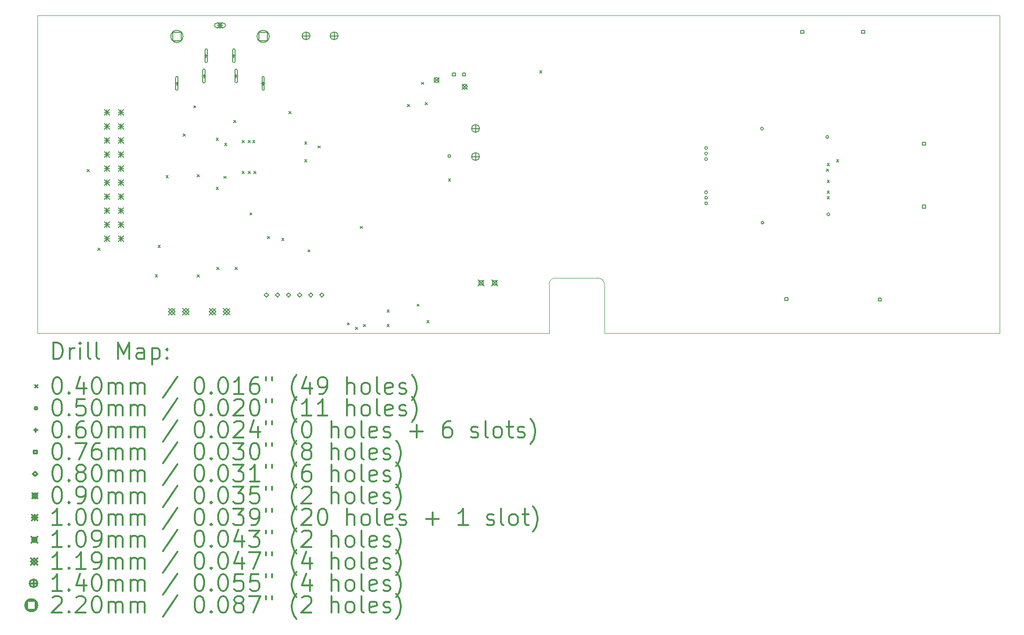
<source format=gbr>
%FSLAX45Y45*%
G04 Gerber Fmt 4.5, Leading zero omitted, Abs format (unit mm)*
G04 Created by KiCad (PCBNEW 5.1.9-73d0e3b20d~88~ubuntu20.04.1) date 2020-12-31 12:36:15*
%MOMM*%
%LPD*%
G01*
G04 APERTURE LIST*
%TA.AperFunction,Profile*%
%ADD10C,0.050000*%
%TD*%
%ADD11C,0.200000*%
%ADD12C,0.300000*%
G04 APERTURE END LIST*
D10*
X13250000Y-8750000D02*
X20400000Y-8750000D01*
X12250000Y-7870000D02*
G75*
G02*
X12370000Y-7750000I120000J0D01*
G01*
X13130000Y-7750000D02*
G75*
G02*
X13250000Y-7870000I0J-120000D01*
G01*
X13250000Y-7870000D02*
X13250000Y-8750000D01*
X12370000Y-7750000D02*
X13130000Y-7750000D01*
X12250000Y-8750000D02*
X12250000Y-7870000D01*
X3000000Y-8750000D02*
X12250000Y-8750000D01*
X3000000Y-3000000D02*
X3000000Y-8750000D01*
X20400000Y-3000000D02*
X3000000Y-3000000D01*
X20400000Y-8750000D02*
X20400000Y-3000000D01*
D11*
X3900000Y-5790000D02*
X3940000Y-5830000D01*
X3940000Y-5790000D02*
X3900000Y-5830000D01*
X4091201Y-7210000D02*
X4131201Y-7250000D01*
X4131201Y-7210000D02*
X4091201Y-7250000D01*
X5130000Y-7690000D02*
X5170000Y-7730000D01*
X5170000Y-7690000D02*
X5130000Y-7730000D01*
X5180000Y-7160000D02*
X5220000Y-7200000D01*
X5220000Y-7160000D02*
X5180000Y-7200000D01*
X5325000Y-5895000D02*
X5365000Y-5935000D01*
X5365000Y-5895000D02*
X5325000Y-5935000D01*
X5633902Y-5142396D02*
X5673902Y-5182396D01*
X5673902Y-5142396D02*
X5633902Y-5182396D01*
X5822500Y-4632500D02*
X5862500Y-4672500D01*
X5862500Y-4632500D02*
X5822500Y-4672500D01*
X5890000Y-5880000D02*
X5930000Y-5920000D01*
X5930000Y-5880000D02*
X5890000Y-5920000D01*
X5890000Y-7690000D02*
X5930000Y-7730000D01*
X5930000Y-7690000D02*
X5890000Y-7730000D01*
X6230000Y-5220000D02*
X6270000Y-5260000D01*
X6270000Y-5220000D02*
X6230000Y-5260000D01*
X6230000Y-6110000D02*
X6270000Y-6150000D01*
X6270000Y-6110000D02*
X6230000Y-6150000D01*
X6240000Y-7560000D02*
X6280000Y-7600000D01*
X6280000Y-7560000D02*
X6240000Y-7600000D01*
X6370000Y-5910000D02*
X6410000Y-5950000D01*
X6410000Y-5910000D02*
X6370000Y-5950000D01*
X6382500Y-5312500D02*
X6422500Y-5352500D01*
X6422500Y-5312500D02*
X6382500Y-5352500D01*
X6550000Y-4900000D02*
X6590000Y-4940000D01*
X6590000Y-4900000D02*
X6550000Y-4940000D01*
X6570000Y-7560000D02*
X6610000Y-7600000D01*
X6610000Y-7560000D02*
X6570000Y-7600000D01*
X6700000Y-5260000D02*
X6740000Y-5300000D01*
X6740000Y-5260000D02*
X6700000Y-5300000D01*
X6700000Y-5820000D02*
X6740000Y-5860000D01*
X6740000Y-5820000D02*
X6700000Y-5860000D01*
X6810000Y-5260000D02*
X6850000Y-5300000D01*
X6850000Y-5260000D02*
X6810000Y-5300000D01*
X6810000Y-5820000D02*
X6850000Y-5860000D01*
X6850000Y-5820000D02*
X6810000Y-5860000D01*
X6840000Y-6570000D02*
X6880000Y-6610000D01*
X6880000Y-6570000D02*
X6840000Y-6610000D01*
X6890000Y-5260000D02*
X6930000Y-5300000D01*
X6930000Y-5260000D02*
X6890000Y-5300000D01*
X6910000Y-5820000D02*
X6950000Y-5860000D01*
X6950000Y-5820000D02*
X6910000Y-5860000D01*
X7160000Y-7000000D02*
X7200000Y-7040000D01*
X7200000Y-7000000D02*
X7160000Y-7040000D01*
X7415000Y-7035000D02*
X7455000Y-7075000D01*
X7455000Y-7035000D02*
X7415000Y-7075000D01*
X7547500Y-4737500D02*
X7587500Y-4777500D01*
X7587500Y-4737500D02*
X7547500Y-4777500D01*
X7830000Y-5290000D02*
X7870000Y-5330000D01*
X7870000Y-5290000D02*
X7830000Y-5330000D01*
X7830000Y-5610000D02*
X7870000Y-5650000D01*
X7870000Y-5610000D02*
X7830000Y-5650000D01*
X7890000Y-7240000D02*
X7930000Y-7280000D01*
X7930000Y-7240000D02*
X7890000Y-7280000D01*
X8070000Y-5360000D02*
X8110000Y-5400000D01*
X8110000Y-5360000D02*
X8070000Y-5400000D01*
X8600000Y-8561201D02*
X8640000Y-8601201D01*
X8640000Y-8561201D02*
X8600000Y-8601201D01*
X8750000Y-8640000D02*
X8790000Y-8680000D01*
X8790000Y-8640000D02*
X8750000Y-8680000D01*
X8832500Y-6817500D02*
X8872500Y-6857500D01*
X8872500Y-6817500D02*
X8832500Y-6857500D01*
X8890000Y-8590000D02*
X8930000Y-8630000D01*
X8930000Y-8590000D02*
X8890000Y-8630000D01*
X9320000Y-8330000D02*
X9360000Y-8370000D01*
X9360000Y-8330000D02*
X9320000Y-8370000D01*
X9320000Y-8590000D02*
X9360000Y-8630000D01*
X9360000Y-8590000D02*
X9320000Y-8630000D01*
X9690000Y-4610000D02*
X9730000Y-4650000D01*
X9730000Y-4610000D02*
X9690000Y-4650000D01*
X9862500Y-8222500D02*
X9902500Y-8262500D01*
X9902500Y-8222500D02*
X9862500Y-8262500D01*
X9940000Y-4210000D02*
X9980000Y-4250000D01*
X9980000Y-4210000D02*
X9940000Y-4250000D01*
X10010000Y-4580000D02*
X10050000Y-4620000D01*
X10050000Y-4580000D02*
X10010000Y-4620000D01*
X10040000Y-8520000D02*
X10080000Y-8560000D01*
X10080000Y-8520000D02*
X10040000Y-8560000D01*
X10430000Y-5960000D02*
X10470000Y-6000000D01*
X10470000Y-5960000D02*
X10430000Y-6000000D01*
X12080000Y-4000000D02*
X12120000Y-4040000D01*
X12120000Y-4000000D02*
X12080000Y-4040000D01*
X17268560Y-5780000D02*
X17308560Y-5820000D01*
X17308560Y-5780000D02*
X17268560Y-5820000D01*
X17279653Y-6280347D02*
X17319653Y-6320347D01*
X17319653Y-6280347D02*
X17279653Y-6320347D01*
X17280000Y-5980000D02*
X17320000Y-6020000D01*
X17320000Y-5980000D02*
X17280000Y-6020000D01*
X17280002Y-6179546D02*
X17320002Y-6219546D01*
X17320002Y-6179546D02*
X17280002Y-6219546D01*
X17280017Y-5679852D02*
X17320017Y-5719852D01*
X17320017Y-5679852D02*
X17280017Y-5719852D01*
X17447500Y-5607500D02*
X17487500Y-5647500D01*
X17487500Y-5607500D02*
X17447500Y-5647500D01*
X10470000Y-5545000D02*
G75*
G03*
X10470000Y-5545000I-25000J0D01*
G01*
X15115000Y-5400000D02*
G75*
G03*
X15115000Y-5400000I-25000J0D01*
G01*
X15115000Y-5500000D02*
G75*
G03*
X15115000Y-5500000I-25000J0D01*
G01*
X15115000Y-5600000D02*
G75*
G03*
X15115000Y-5600000I-25000J0D01*
G01*
X15115000Y-6200000D02*
G75*
G03*
X15115000Y-6200000I-25000J0D01*
G01*
X15115000Y-6300000D02*
G75*
G03*
X15115000Y-6300000I-25000J0D01*
G01*
X15115000Y-6400000D02*
G75*
G03*
X15115000Y-6400000I-25000J0D01*
G01*
X16125000Y-5050000D02*
G75*
G03*
X16125000Y-5050000I-25000J0D01*
G01*
X16135000Y-6750000D02*
G75*
G03*
X16135000Y-6750000I-25000J0D01*
G01*
X17305000Y-5200000D02*
G75*
G03*
X17305000Y-5200000I-25000J0D01*
G01*
X17325000Y-6600000D02*
G75*
G03*
X17325000Y-6600000I-25000J0D01*
G01*
X5520000Y-4200000D02*
X5520000Y-4260000D01*
X5490000Y-4230000D02*
X5550000Y-4230000D01*
X5500000Y-4125000D02*
X5500000Y-4335000D01*
X5540000Y-4125000D02*
X5540000Y-4335000D01*
X5500000Y-4335000D02*
G75*
G03*
X5540000Y-4335000I20000J0D01*
G01*
X5540000Y-4125000D02*
G75*
G03*
X5500000Y-4125000I-20000J0D01*
G01*
X6010000Y-4065000D02*
X6010000Y-4125000D01*
X5980000Y-4095000D02*
X6040000Y-4095000D01*
X5990000Y-3990000D02*
X5990000Y-4200000D01*
X6030000Y-3990000D02*
X6030000Y-4200000D01*
X5990000Y-4200000D02*
G75*
G03*
X6030000Y-4200000I20000J0D01*
G01*
X6030000Y-3990000D02*
G75*
G03*
X5990000Y-3990000I-20000J0D01*
G01*
X6050000Y-3700000D02*
X6050000Y-3760000D01*
X6020000Y-3730000D02*
X6080000Y-3730000D01*
X6030000Y-3625000D02*
X6030000Y-3835000D01*
X6070000Y-3625000D02*
X6070000Y-3835000D01*
X6030000Y-3835000D02*
G75*
G03*
X6070000Y-3835000I20000J0D01*
G01*
X6070000Y-3625000D02*
G75*
G03*
X6030000Y-3625000I-20000J0D01*
G01*
X6550000Y-3700000D02*
X6550000Y-3760000D01*
X6520000Y-3730000D02*
X6580000Y-3730000D01*
X6530000Y-3625000D02*
X6530000Y-3835000D01*
X6570000Y-3625000D02*
X6570000Y-3835000D01*
X6530000Y-3835000D02*
G75*
G03*
X6570000Y-3835000I20000J0D01*
G01*
X6570000Y-3625000D02*
G75*
G03*
X6530000Y-3625000I-20000J0D01*
G01*
X6590000Y-4065000D02*
X6590000Y-4125000D01*
X6560000Y-4095000D02*
X6620000Y-4095000D01*
X6570000Y-3990000D02*
X6570000Y-4200000D01*
X6610000Y-3990000D02*
X6610000Y-4200000D01*
X6570000Y-4200000D02*
G75*
G03*
X6610000Y-4200000I20000J0D01*
G01*
X6610000Y-3990000D02*
G75*
G03*
X6570000Y-3990000I-20000J0D01*
G01*
X7080000Y-4200000D02*
X7080000Y-4260000D01*
X7050000Y-4230000D02*
X7110000Y-4230000D01*
X7060000Y-4125000D02*
X7060000Y-4335000D01*
X7100000Y-4125000D02*
X7100000Y-4335000D01*
X7060000Y-4335000D02*
G75*
G03*
X7100000Y-4335000I20000J0D01*
G01*
X7100000Y-4125000D02*
G75*
G03*
X7060000Y-4125000I-20000J0D01*
G01*
X10556941Y-4096941D02*
X10556941Y-4043059D01*
X10503059Y-4043059D01*
X10503059Y-4096941D01*
X10556941Y-4096941D01*
X10736941Y-4096941D02*
X10736941Y-4043059D01*
X10683059Y-4043059D01*
X10683059Y-4096941D01*
X10736941Y-4096941D01*
X16566941Y-8156941D02*
X16566941Y-8103059D01*
X16513059Y-8103059D01*
X16513059Y-8156941D01*
X16566941Y-8156941D01*
X16856941Y-3326941D02*
X16856941Y-3273059D01*
X16803059Y-3273059D01*
X16803059Y-3326941D01*
X16856941Y-3326941D01*
X17956941Y-3326941D02*
X17956941Y-3273059D01*
X17903059Y-3273059D01*
X17903059Y-3326941D01*
X17956941Y-3326941D01*
X18256941Y-8166941D02*
X18256941Y-8113059D01*
X18203059Y-8113059D01*
X18203059Y-8166941D01*
X18256941Y-8166941D01*
X19056941Y-5346941D02*
X19056941Y-5293059D01*
X19003059Y-5293059D01*
X19003059Y-5346941D01*
X19056941Y-5346941D01*
X19056941Y-6486941D02*
X19056941Y-6433059D01*
X19003059Y-6433059D01*
X19003059Y-6486941D01*
X19056941Y-6486941D01*
X7140000Y-8100000D02*
X7180000Y-8060000D01*
X7140000Y-8020000D01*
X7100000Y-8060000D01*
X7140000Y-8100000D01*
X7340000Y-8100000D02*
X7380000Y-8060000D01*
X7340000Y-8020000D01*
X7300000Y-8060000D01*
X7340000Y-8100000D01*
X7540000Y-8100000D02*
X7580000Y-8060000D01*
X7540000Y-8020000D01*
X7500000Y-8060000D01*
X7540000Y-8100000D01*
X7740000Y-8100000D02*
X7780000Y-8060000D01*
X7740000Y-8020000D01*
X7700000Y-8060000D01*
X7740000Y-8100000D01*
X7940000Y-8100000D02*
X7980000Y-8060000D01*
X7940000Y-8020000D01*
X7900000Y-8060000D01*
X7940000Y-8100000D01*
X8140000Y-8100000D02*
X8180000Y-8060000D01*
X8140000Y-8020000D01*
X8100000Y-8060000D01*
X8140000Y-8100000D01*
X10170000Y-4125000D02*
X10260000Y-4215000D01*
X10260000Y-4125000D02*
X10170000Y-4215000D01*
X10260000Y-4170000D02*
G75*
G03*
X10260000Y-4170000I-45000J0D01*
G01*
X10680000Y-4245000D02*
X10770000Y-4335000D01*
X10770000Y-4245000D02*
X10680000Y-4335000D01*
X10770000Y-4290000D02*
G75*
G03*
X10770000Y-4290000I-45000J0D01*
G01*
X4206000Y-4704000D02*
X4306000Y-4804000D01*
X4306000Y-4704000D02*
X4206000Y-4804000D01*
X4256000Y-4704000D02*
X4256000Y-4804000D01*
X4206000Y-4754000D02*
X4306000Y-4754000D01*
X4206000Y-4958000D02*
X4306000Y-5058000D01*
X4306000Y-4958000D02*
X4206000Y-5058000D01*
X4256000Y-4958000D02*
X4256000Y-5058000D01*
X4206000Y-5008000D02*
X4306000Y-5008000D01*
X4206000Y-5212000D02*
X4306000Y-5312000D01*
X4306000Y-5212000D02*
X4206000Y-5312000D01*
X4256000Y-5212000D02*
X4256000Y-5312000D01*
X4206000Y-5262000D02*
X4306000Y-5262000D01*
X4206000Y-5466000D02*
X4306000Y-5566000D01*
X4306000Y-5466000D02*
X4206000Y-5566000D01*
X4256000Y-5466000D02*
X4256000Y-5566000D01*
X4206000Y-5516000D02*
X4306000Y-5516000D01*
X4206000Y-5720000D02*
X4306000Y-5820000D01*
X4306000Y-5720000D02*
X4206000Y-5820000D01*
X4256000Y-5720000D02*
X4256000Y-5820000D01*
X4206000Y-5770000D02*
X4306000Y-5770000D01*
X4206000Y-5974000D02*
X4306000Y-6074000D01*
X4306000Y-5974000D02*
X4206000Y-6074000D01*
X4256000Y-5974000D02*
X4256000Y-6074000D01*
X4206000Y-6024000D02*
X4306000Y-6024000D01*
X4206000Y-6228000D02*
X4306000Y-6328000D01*
X4306000Y-6228000D02*
X4206000Y-6328000D01*
X4256000Y-6228000D02*
X4256000Y-6328000D01*
X4206000Y-6278000D02*
X4306000Y-6278000D01*
X4206000Y-6482000D02*
X4306000Y-6582000D01*
X4306000Y-6482000D02*
X4206000Y-6582000D01*
X4256000Y-6482000D02*
X4256000Y-6582000D01*
X4206000Y-6532000D02*
X4306000Y-6532000D01*
X4206000Y-6736000D02*
X4306000Y-6836000D01*
X4306000Y-6736000D02*
X4206000Y-6836000D01*
X4256000Y-6736000D02*
X4256000Y-6836000D01*
X4206000Y-6786000D02*
X4306000Y-6786000D01*
X4206000Y-6990000D02*
X4306000Y-7090000D01*
X4306000Y-6990000D02*
X4206000Y-7090000D01*
X4256000Y-6990000D02*
X4256000Y-7090000D01*
X4206000Y-7040000D02*
X4306000Y-7040000D01*
X4460000Y-4704000D02*
X4560000Y-4804000D01*
X4560000Y-4704000D02*
X4460000Y-4804000D01*
X4510000Y-4704000D02*
X4510000Y-4804000D01*
X4460000Y-4754000D02*
X4560000Y-4754000D01*
X4460000Y-4958000D02*
X4560000Y-5058000D01*
X4560000Y-4958000D02*
X4460000Y-5058000D01*
X4510000Y-4958000D02*
X4510000Y-5058000D01*
X4460000Y-5008000D02*
X4560000Y-5008000D01*
X4460000Y-5212000D02*
X4560000Y-5312000D01*
X4560000Y-5212000D02*
X4460000Y-5312000D01*
X4510000Y-5212000D02*
X4510000Y-5312000D01*
X4460000Y-5262000D02*
X4560000Y-5262000D01*
X4460000Y-5466000D02*
X4560000Y-5566000D01*
X4560000Y-5466000D02*
X4460000Y-5566000D01*
X4510000Y-5466000D02*
X4510000Y-5566000D01*
X4460000Y-5516000D02*
X4560000Y-5516000D01*
X4460000Y-5720000D02*
X4560000Y-5820000D01*
X4560000Y-5720000D02*
X4460000Y-5820000D01*
X4510000Y-5720000D02*
X4510000Y-5820000D01*
X4460000Y-5770000D02*
X4560000Y-5770000D01*
X4460000Y-5974000D02*
X4560000Y-6074000D01*
X4560000Y-5974000D02*
X4460000Y-6074000D01*
X4510000Y-5974000D02*
X4510000Y-6074000D01*
X4460000Y-6024000D02*
X4560000Y-6024000D01*
X4460000Y-6228000D02*
X4560000Y-6328000D01*
X4560000Y-6228000D02*
X4460000Y-6328000D01*
X4510000Y-6228000D02*
X4510000Y-6328000D01*
X4460000Y-6278000D02*
X4560000Y-6278000D01*
X4460000Y-6482000D02*
X4560000Y-6582000D01*
X4560000Y-6482000D02*
X4460000Y-6582000D01*
X4510000Y-6482000D02*
X4510000Y-6582000D01*
X4460000Y-6532000D02*
X4560000Y-6532000D01*
X4460000Y-6736000D02*
X4560000Y-6836000D01*
X4560000Y-6736000D02*
X4460000Y-6836000D01*
X4510000Y-6736000D02*
X4510000Y-6836000D01*
X4460000Y-6786000D02*
X4560000Y-6786000D01*
X4460000Y-6990000D02*
X4560000Y-7090000D01*
X4560000Y-6990000D02*
X4460000Y-7090000D01*
X4510000Y-6990000D02*
X4510000Y-7090000D01*
X4460000Y-7040000D02*
X4560000Y-7040000D01*
X6250000Y-3130000D02*
X6350000Y-3230000D01*
X6350000Y-3130000D02*
X6250000Y-3230000D01*
X6300000Y-3130000D02*
X6300000Y-3230000D01*
X6250000Y-3180000D02*
X6350000Y-3180000D01*
X6240000Y-3220000D02*
X6360000Y-3220000D01*
X6240000Y-3140000D02*
X6360000Y-3140000D01*
X6360000Y-3220000D02*
G75*
G03*
X6360000Y-3140000I0J40000D01*
G01*
X6240000Y-3140000D02*
G75*
G03*
X6240000Y-3220000I0J-40000D01*
G01*
X10965390Y-7785390D02*
X11074610Y-7894610D01*
X11074610Y-7785390D02*
X10965390Y-7894610D01*
X11058616Y-7878615D02*
X11058616Y-7801384D01*
X10981385Y-7801384D01*
X10981385Y-7878615D01*
X11058616Y-7878615D01*
X11215390Y-7785390D02*
X11324610Y-7894610D01*
X11324610Y-7785390D02*
X11215390Y-7894610D01*
X11308615Y-7878615D02*
X11308615Y-7801384D01*
X11231384Y-7801384D01*
X11231384Y-7878615D01*
X11308615Y-7878615D01*
X5370500Y-8300500D02*
X5489500Y-8419500D01*
X5489500Y-8300500D02*
X5370500Y-8419500D01*
X5430000Y-8419500D02*
X5489500Y-8360000D01*
X5430000Y-8300500D01*
X5370500Y-8360000D01*
X5430000Y-8419500D01*
X5624500Y-8300500D02*
X5743500Y-8419500D01*
X5743500Y-8300500D02*
X5624500Y-8419500D01*
X5684000Y-8419500D02*
X5743500Y-8360000D01*
X5684000Y-8300500D01*
X5624500Y-8360000D01*
X5684000Y-8419500D01*
X6106500Y-8300500D02*
X6225500Y-8419500D01*
X6225500Y-8300500D02*
X6106500Y-8419500D01*
X6166000Y-8419500D02*
X6225500Y-8360000D01*
X6166000Y-8300500D01*
X6106500Y-8360000D01*
X6166000Y-8419500D01*
X6360500Y-8300500D02*
X6479500Y-8419500D01*
X6479500Y-8300500D02*
X6360500Y-8419500D01*
X6420000Y-8419500D02*
X6479500Y-8360000D01*
X6420000Y-8300500D01*
X6360500Y-8360000D01*
X6420000Y-8419500D01*
X7856000Y-3300000D02*
X7856000Y-3440000D01*
X7786000Y-3370000D02*
X7926000Y-3370000D01*
X7926000Y-3370000D02*
G75*
G03*
X7926000Y-3370000I-70000J0D01*
G01*
X8364000Y-3300000D02*
X8364000Y-3440000D01*
X8294000Y-3370000D02*
X8434000Y-3370000D01*
X8434000Y-3370000D02*
G75*
G03*
X8434000Y-3370000I-70000J0D01*
G01*
X10920000Y-4976000D02*
X10920000Y-5116000D01*
X10850000Y-5046000D02*
X10990000Y-5046000D01*
X10990000Y-5046000D02*
G75*
G03*
X10990000Y-5046000I-70000J0D01*
G01*
X10920000Y-5484000D02*
X10920000Y-5624000D01*
X10850000Y-5554000D02*
X10990000Y-5554000D01*
X10990000Y-5554000D02*
G75*
G03*
X10990000Y-5554000I-70000J0D01*
G01*
X5597782Y-3457782D02*
X5597782Y-3302217D01*
X5442218Y-3302217D01*
X5442218Y-3457782D01*
X5597782Y-3457782D01*
X5630000Y-3380000D02*
G75*
G03*
X5630000Y-3380000I-110000J0D01*
G01*
X7157782Y-3457782D02*
X7157782Y-3302217D01*
X7002217Y-3302217D01*
X7002217Y-3457782D01*
X7157782Y-3457782D01*
X7190000Y-3380000D02*
G75*
G03*
X7190000Y-3380000I-110000J0D01*
G01*
D12*
X3283928Y-9218214D02*
X3283928Y-8918214D01*
X3355357Y-8918214D01*
X3398214Y-8932500D01*
X3426786Y-8961072D01*
X3441071Y-8989643D01*
X3455357Y-9046786D01*
X3455357Y-9089643D01*
X3441071Y-9146786D01*
X3426786Y-9175357D01*
X3398214Y-9203929D01*
X3355357Y-9218214D01*
X3283928Y-9218214D01*
X3583928Y-9218214D02*
X3583928Y-9018214D01*
X3583928Y-9075357D02*
X3598214Y-9046786D01*
X3612500Y-9032500D01*
X3641071Y-9018214D01*
X3669643Y-9018214D01*
X3769643Y-9218214D02*
X3769643Y-9018214D01*
X3769643Y-8918214D02*
X3755357Y-8932500D01*
X3769643Y-8946786D01*
X3783928Y-8932500D01*
X3769643Y-8918214D01*
X3769643Y-8946786D01*
X3955357Y-9218214D02*
X3926786Y-9203929D01*
X3912500Y-9175357D01*
X3912500Y-8918214D01*
X4112500Y-9218214D02*
X4083928Y-9203929D01*
X4069643Y-9175357D01*
X4069643Y-8918214D01*
X4455357Y-9218214D02*
X4455357Y-8918214D01*
X4555357Y-9132500D01*
X4655357Y-8918214D01*
X4655357Y-9218214D01*
X4926786Y-9218214D02*
X4926786Y-9061072D01*
X4912500Y-9032500D01*
X4883928Y-9018214D01*
X4826786Y-9018214D01*
X4798214Y-9032500D01*
X4926786Y-9203929D02*
X4898214Y-9218214D01*
X4826786Y-9218214D01*
X4798214Y-9203929D01*
X4783928Y-9175357D01*
X4783928Y-9146786D01*
X4798214Y-9118214D01*
X4826786Y-9103929D01*
X4898214Y-9103929D01*
X4926786Y-9089643D01*
X5069643Y-9018214D02*
X5069643Y-9318214D01*
X5069643Y-9032500D02*
X5098214Y-9018214D01*
X5155357Y-9018214D01*
X5183928Y-9032500D01*
X5198214Y-9046786D01*
X5212500Y-9075357D01*
X5212500Y-9161072D01*
X5198214Y-9189643D01*
X5183928Y-9203929D01*
X5155357Y-9218214D01*
X5098214Y-9218214D01*
X5069643Y-9203929D01*
X5341071Y-9189643D02*
X5355357Y-9203929D01*
X5341071Y-9218214D01*
X5326786Y-9203929D01*
X5341071Y-9189643D01*
X5341071Y-9218214D01*
X5341071Y-9032500D02*
X5355357Y-9046786D01*
X5341071Y-9061072D01*
X5326786Y-9046786D01*
X5341071Y-9032500D01*
X5341071Y-9061072D01*
X2957500Y-9692500D02*
X2997500Y-9732500D01*
X2997500Y-9692500D02*
X2957500Y-9732500D01*
X3341071Y-9548214D02*
X3369643Y-9548214D01*
X3398214Y-9562500D01*
X3412500Y-9576786D01*
X3426786Y-9605357D01*
X3441071Y-9662500D01*
X3441071Y-9733929D01*
X3426786Y-9791072D01*
X3412500Y-9819643D01*
X3398214Y-9833929D01*
X3369643Y-9848214D01*
X3341071Y-9848214D01*
X3312500Y-9833929D01*
X3298214Y-9819643D01*
X3283928Y-9791072D01*
X3269643Y-9733929D01*
X3269643Y-9662500D01*
X3283928Y-9605357D01*
X3298214Y-9576786D01*
X3312500Y-9562500D01*
X3341071Y-9548214D01*
X3569643Y-9819643D02*
X3583928Y-9833929D01*
X3569643Y-9848214D01*
X3555357Y-9833929D01*
X3569643Y-9819643D01*
X3569643Y-9848214D01*
X3841071Y-9648214D02*
X3841071Y-9848214D01*
X3769643Y-9533929D02*
X3698214Y-9748214D01*
X3883928Y-9748214D01*
X4055357Y-9548214D02*
X4083928Y-9548214D01*
X4112500Y-9562500D01*
X4126786Y-9576786D01*
X4141071Y-9605357D01*
X4155357Y-9662500D01*
X4155357Y-9733929D01*
X4141071Y-9791072D01*
X4126786Y-9819643D01*
X4112500Y-9833929D01*
X4083928Y-9848214D01*
X4055357Y-9848214D01*
X4026786Y-9833929D01*
X4012500Y-9819643D01*
X3998214Y-9791072D01*
X3983928Y-9733929D01*
X3983928Y-9662500D01*
X3998214Y-9605357D01*
X4012500Y-9576786D01*
X4026786Y-9562500D01*
X4055357Y-9548214D01*
X4283928Y-9848214D02*
X4283928Y-9648214D01*
X4283928Y-9676786D02*
X4298214Y-9662500D01*
X4326786Y-9648214D01*
X4369643Y-9648214D01*
X4398214Y-9662500D01*
X4412500Y-9691072D01*
X4412500Y-9848214D01*
X4412500Y-9691072D02*
X4426786Y-9662500D01*
X4455357Y-9648214D01*
X4498214Y-9648214D01*
X4526786Y-9662500D01*
X4541071Y-9691072D01*
X4541071Y-9848214D01*
X4683928Y-9848214D02*
X4683928Y-9648214D01*
X4683928Y-9676786D02*
X4698214Y-9662500D01*
X4726786Y-9648214D01*
X4769643Y-9648214D01*
X4798214Y-9662500D01*
X4812500Y-9691072D01*
X4812500Y-9848214D01*
X4812500Y-9691072D02*
X4826786Y-9662500D01*
X4855357Y-9648214D01*
X4898214Y-9648214D01*
X4926786Y-9662500D01*
X4941071Y-9691072D01*
X4941071Y-9848214D01*
X5526786Y-9533929D02*
X5269643Y-9919643D01*
X5912500Y-9548214D02*
X5941071Y-9548214D01*
X5969643Y-9562500D01*
X5983928Y-9576786D01*
X5998214Y-9605357D01*
X6012500Y-9662500D01*
X6012500Y-9733929D01*
X5998214Y-9791072D01*
X5983928Y-9819643D01*
X5969643Y-9833929D01*
X5941071Y-9848214D01*
X5912500Y-9848214D01*
X5883928Y-9833929D01*
X5869643Y-9819643D01*
X5855357Y-9791072D01*
X5841071Y-9733929D01*
X5841071Y-9662500D01*
X5855357Y-9605357D01*
X5869643Y-9576786D01*
X5883928Y-9562500D01*
X5912500Y-9548214D01*
X6141071Y-9819643D02*
X6155357Y-9833929D01*
X6141071Y-9848214D01*
X6126786Y-9833929D01*
X6141071Y-9819643D01*
X6141071Y-9848214D01*
X6341071Y-9548214D02*
X6369643Y-9548214D01*
X6398214Y-9562500D01*
X6412500Y-9576786D01*
X6426786Y-9605357D01*
X6441071Y-9662500D01*
X6441071Y-9733929D01*
X6426786Y-9791072D01*
X6412500Y-9819643D01*
X6398214Y-9833929D01*
X6369643Y-9848214D01*
X6341071Y-9848214D01*
X6312500Y-9833929D01*
X6298214Y-9819643D01*
X6283928Y-9791072D01*
X6269643Y-9733929D01*
X6269643Y-9662500D01*
X6283928Y-9605357D01*
X6298214Y-9576786D01*
X6312500Y-9562500D01*
X6341071Y-9548214D01*
X6726786Y-9848214D02*
X6555357Y-9848214D01*
X6641071Y-9848214D02*
X6641071Y-9548214D01*
X6612500Y-9591072D01*
X6583928Y-9619643D01*
X6555357Y-9633929D01*
X6983928Y-9548214D02*
X6926786Y-9548214D01*
X6898214Y-9562500D01*
X6883928Y-9576786D01*
X6855357Y-9619643D01*
X6841071Y-9676786D01*
X6841071Y-9791072D01*
X6855357Y-9819643D01*
X6869643Y-9833929D01*
X6898214Y-9848214D01*
X6955357Y-9848214D01*
X6983928Y-9833929D01*
X6998214Y-9819643D01*
X7012500Y-9791072D01*
X7012500Y-9719643D01*
X6998214Y-9691072D01*
X6983928Y-9676786D01*
X6955357Y-9662500D01*
X6898214Y-9662500D01*
X6869643Y-9676786D01*
X6855357Y-9691072D01*
X6841071Y-9719643D01*
X7126786Y-9548214D02*
X7126786Y-9605357D01*
X7241071Y-9548214D02*
X7241071Y-9605357D01*
X7683928Y-9962500D02*
X7669643Y-9948214D01*
X7641071Y-9905357D01*
X7626786Y-9876786D01*
X7612500Y-9833929D01*
X7598214Y-9762500D01*
X7598214Y-9705357D01*
X7612500Y-9633929D01*
X7626786Y-9591072D01*
X7641071Y-9562500D01*
X7669643Y-9519643D01*
X7683928Y-9505357D01*
X7926786Y-9648214D02*
X7926786Y-9848214D01*
X7855357Y-9533929D02*
X7783928Y-9748214D01*
X7969643Y-9748214D01*
X8098214Y-9848214D02*
X8155357Y-9848214D01*
X8183928Y-9833929D01*
X8198214Y-9819643D01*
X8226786Y-9776786D01*
X8241071Y-9719643D01*
X8241071Y-9605357D01*
X8226786Y-9576786D01*
X8212500Y-9562500D01*
X8183928Y-9548214D01*
X8126786Y-9548214D01*
X8098214Y-9562500D01*
X8083928Y-9576786D01*
X8069643Y-9605357D01*
X8069643Y-9676786D01*
X8083928Y-9705357D01*
X8098214Y-9719643D01*
X8126786Y-9733929D01*
X8183928Y-9733929D01*
X8212500Y-9719643D01*
X8226786Y-9705357D01*
X8241071Y-9676786D01*
X8598214Y-9848214D02*
X8598214Y-9548214D01*
X8726786Y-9848214D02*
X8726786Y-9691072D01*
X8712500Y-9662500D01*
X8683928Y-9648214D01*
X8641071Y-9648214D01*
X8612500Y-9662500D01*
X8598214Y-9676786D01*
X8912500Y-9848214D02*
X8883928Y-9833929D01*
X8869643Y-9819643D01*
X8855357Y-9791072D01*
X8855357Y-9705357D01*
X8869643Y-9676786D01*
X8883928Y-9662500D01*
X8912500Y-9648214D01*
X8955357Y-9648214D01*
X8983928Y-9662500D01*
X8998214Y-9676786D01*
X9012500Y-9705357D01*
X9012500Y-9791072D01*
X8998214Y-9819643D01*
X8983928Y-9833929D01*
X8955357Y-9848214D01*
X8912500Y-9848214D01*
X9183928Y-9848214D02*
X9155357Y-9833929D01*
X9141071Y-9805357D01*
X9141071Y-9548214D01*
X9412500Y-9833929D02*
X9383928Y-9848214D01*
X9326786Y-9848214D01*
X9298214Y-9833929D01*
X9283928Y-9805357D01*
X9283928Y-9691072D01*
X9298214Y-9662500D01*
X9326786Y-9648214D01*
X9383928Y-9648214D01*
X9412500Y-9662500D01*
X9426786Y-9691072D01*
X9426786Y-9719643D01*
X9283928Y-9748214D01*
X9541071Y-9833929D02*
X9569643Y-9848214D01*
X9626786Y-9848214D01*
X9655357Y-9833929D01*
X9669643Y-9805357D01*
X9669643Y-9791072D01*
X9655357Y-9762500D01*
X9626786Y-9748214D01*
X9583928Y-9748214D01*
X9555357Y-9733929D01*
X9541071Y-9705357D01*
X9541071Y-9691072D01*
X9555357Y-9662500D01*
X9583928Y-9648214D01*
X9626786Y-9648214D01*
X9655357Y-9662500D01*
X9769643Y-9962500D02*
X9783928Y-9948214D01*
X9812500Y-9905357D01*
X9826786Y-9876786D01*
X9841071Y-9833929D01*
X9855357Y-9762500D01*
X9855357Y-9705357D01*
X9841071Y-9633929D01*
X9826786Y-9591072D01*
X9812500Y-9562500D01*
X9783928Y-9519643D01*
X9769643Y-9505357D01*
X2997500Y-10108500D02*
G75*
G03*
X2997500Y-10108500I-25000J0D01*
G01*
X3341071Y-9944214D02*
X3369643Y-9944214D01*
X3398214Y-9958500D01*
X3412500Y-9972786D01*
X3426786Y-10001357D01*
X3441071Y-10058500D01*
X3441071Y-10129929D01*
X3426786Y-10187072D01*
X3412500Y-10215643D01*
X3398214Y-10229929D01*
X3369643Y-10244214D01*
X3341071Y-10244214D01*
X3312500Y-10229929D01*
X3298214Y-10215643D01*
X3283928Y-10187072D01*
X3269643Y-10129929D01*
X3269643Y-10058500D01*
X3283928Y-10001357D01*
X3298214Y-9972786D01*
X3312500Y-9958500D01*
X3341071Y-9944214D01*
X3569643Y-10215643D02*
X3583928Y-10229929D01*
X3569643Y-10244214D01*
X3555357Y-10229929D01*
X3569643Y-10215643D01*
X3569643Y-10244214D01*
X3855357Y-9944214D02*
X3712500Y-9944214D01*
X3698214Y-10087072D01*
X3712500Y-10072786D01*
X3741071Y-10058500D01*
X3812500Y-10058500D01*
X3841071Y-10072786D01*
X3855357Y-10087072D01*
X3869643Y-10115643D01*
X3869643Y-10187072D01*
X3855357Y-10215643D01*
X3841071Y-10229929D01*
X3812500Y-10244214D01*
X3741071Y-10244214D01*
X3712500Y-10229929D01*
X3698214Y-10215643D01*
X4055357Y-9944214D02*
X4083928Y-9944214D01*
X4112500Y-9958500D01*
X4126786Y-9972786D01*
X4141071Y-10001357D01*
X4155357Y-10058500D01*
X4155357Y-10129929D01*
X4141071Y-10187072D01*
X4126786Y-10215643D01*
X4112500Y-10229929D01*
X4083928Y-10244214D01*
X4055357Y-10244214D01*
X4026786Y-10229929D01*
X4012500Y-10215643D01*
X3998214Y-10187072D01*
X3983928Y-10129929D01*
X3983928Y-10058500D01*
X3998214Y-10001357D01*
X4012500Y-9972786D01*
X4026786Y-9958500D01*
X4055357Y-9944214D01*
X4283928Y-10244214D02*
X4283928Y-10044214D01*
X4283928Y-10072786D02*
X4298214Y-10058500D01*
X4326786Y-10044214D01*
X4369643Y-10044214D01*
X4398214Y-10058500D01*
X4412500Y-10087072D01*
X4412500Y-10244214D01*
X4412500Y-10087072D02*
X4426786Y-10058500D01*
X4455357Y-10044214D01*
X4498214Y-10044214D01*
X4526786Y-10058500D01*
X4541071Y-10087072D01*
X4541071Y-10244214D01*
X4683928Y-10244214D02*
X4683928Y-10044214D01*
X4683928Y-10072786D02*
X4698214Y-10058500D01*
X4726786Y-10044214D01*
X4769643Y-10044214D01*
X4798214Y-10058500D01*
X4812500Y-10087072D01*
X4812500Y-10244214D01*
X4812500Y-10087072D02*
X4826786Y-10058500D01*
X4855357Y-10044214D01*
X4898214Y-10044214D01*
X4926786Y-10058500D01*
X4941071Y-10087072D01*
X4941071Y-10244214D01*
X5526786Y-9929929D02*
X5269643Y-10315643D01*
X5912500Y-9944214D02*
X5941071Y-9944214D01*
X5969643Y-9958500D01*
X5983928Y-9972786D01*
X5998214Y-10001357D01*
X6012500Y-10058500D01*
X6012500Y-10129929D01*
X5998214Y-10187072D01*
X5983928Y-10215643D01*
X5969643Y-10229929D01*
X5941071Y-10244214D01*
X5912500Y-10244214D01*
X5883928Y-10229929D01*
X5869643Y-10215643D01*
X5855357Y-10187072D01*
X5841071Y-10129929D01*
X5841071Y-10058500D01*
X5855357Y-10001357D01*
X5869643Y-9972786D01*
X5883928Y-9958500D01*
X5912500Y-9944214D01*
X6141071Y-10215643D02*
X6155357Y-10229929D01*
X6141071Y-10244214D01*
X6126786Y-10229929D01*
X6141071Y-10215643D01*
X6141071Y-10244214D01*
X6341071Y-9944214D02*
X6369643Y-9944214D01*
X6398214Y-9958500D01*
X6412500Y-9972786D01*
X6426786Y-10001357D01*
X6441071Y-10058500D01*
X6441071Y-10129929D01*
X6426786Y-10187072D01*
X6412500Y-10215643D01*
X6398214Y-10229929D01*
X6369643Y-10244214D01*
X6341071Y-10244214D01*
X6312500Y-10229929D01*
X6298214Y-10215643D01*
X6283928Y-10187072D01*
X6269643Y-10129929D01*
X6269643Y-10058500D01*
X6283928Y-10001357D01*
X6298214Y-9972786D01*
X6312500Y-9958500D01*
X6341071Y-9944214D01*
X6555357Y-9972786D02*
X6569643Y-9958500D01*
X6598214Y-9944214D01*
X6669643Y-9944214D01*
X6698214Y-9958500D01*
X6712500Y-9972786D01*
X6726786Y-10001357D01*
X6726786Y-10029929D01*
X6712500Y-10072786D01*
X6541071Y-10244214D01*
X6726786Y-10244214D01*
X6912500Y-9944214D02*
X6941071Y-9944214D01*
X6969643Y-9958500D01*
X6983928Y-9972786D01*
X6998214Y-10001357D01*
X7012500Y-10058500D01*
X7012500Y-10129929D01*
X6998214Y-10187072D01*
X6983928Y-10215643D01*
X6969643Y-10229929D01*
X6941071Y-10244214D01*
X6912500Y-10244214D01*
X6883928Y-10229929D01*
X6869643Y-10215643D01*
X6855357Y-10187072D01*
X6841071Y-10129929D01*
X6841071Y-10058500D01*
X6855357Y-10001357D01*
X6869643Y-9972786D01*
X6883928Y-9958500D01*
X6912500Y-9944214D01*
X7126786Y-9944214D02*
X7126786Y-10001357D01*
X7241071Y-9944214D02*
X7241071Y-10001357D01*
X7683928Y-10358500D02*
X7669643Y-10344214D01*
X7641071Y-10301357D01*
X7626786Y-10272786D01*
X7612500Y-10229929D01*
X7598214Y-10158500D01*
X7598214Y-10101357D01*
X7612500Y-10029929D01*
X7626786Y-9987072D01*
X7641071Y-9958500D01*
X7669643Y-9915643D01*
X7683928Y-9901357D01*
X7955357Y-10244214D02*
X7783928Y-10244214D01*
X7869643Y-10244214D02*
X7869643Y-9944214D01*
X7841071Y-9987072D01*
X7812500Y-10015643D01*
X7783928Y-10029929D01*
X8241071Y-10244214D02*
X8069643Y-10244214D01*
X8155357Y-10244214D02*
X8155357Y-9944214D01*
X8126786Y-9987072D01*
X8098214Y-10015643D01*
X8069643Y-10029929D01*
X8598214Y-10244214D02*
X8598214Y-9944214D01*
X8726786Y-10244214D02*
X8726786Y-10087072D01*
X8712500Y-10058500D01*
X8683928Y-10044214D01*
X8641071Y-10044214D01*
X8612500Y-10058500D01*
X8598214Y-10072786D01*
X8912500Y-10244214D02*
X8883928Y-10229929D01*
X8869643Y-10215643D01*
X8855357Y-10187072D01*
X8855357Y-10101357D01*
X8869643Y-10072786D01*
X8883928Y-10058500D01*
X8912500Y-10044214D01*
X8955357Y-10044214D01*
X8983928Y-10058500D01*
X8998214Y-10072786D01*
X9012500Y-10101357D01*
X9012500Y-10187072D01*
X8998214Y-10215643D01*
X8983928Y-10229929D01*
X8955357Y-10244214D01*
X8912500Y-10244214D01*
X9183928Y-10244214D02*
X9155357Y-10229929D01*
X9141071Y-10201357D01*
X9141071Y-9944214D01*
X9412500Y-10229929D02*
X9383928Y-10244214D01*
X9326786Y-10244214D01*
X9298214Y-10229929D01*
X9283928Y-10201357D01*
X9283928Y-10087072D01*
X9298214Y-10058500D01*
X9326786Y-10044214D01*
X9383928Y-10044214D01*
X9412500Y-10058500D01*
X9426786Y-10087072D01*
X9426786Y-10115643D01*
X9283928Y-10144214D01*
X9541071Y-10229929D02*
X9569643Y-10244214D01*
X9626786Y-10244214D01*
X9655357Y-10229929D01*
X9669643Y-10201357D01*
X9669643Y-10187072D01*
X9655357Y-10158500D01*
X9626786Y-10144214D01*
X9583928Y-10144214D01*
X9555357Y-10129929D01*
X9541071Y-10101357D01*
X9541071Y-10087072D01*
X9555357Y-10058500D01*
X9583928Y-10044214D01*
X9626786Y-10044214D01*
X9655357Y-10058500D01*
X9769643Y-10358500D02*
X9783928Y-10344214D01*
X9812500Y-10301357D01*
X9826786Y-10272786D01*
X9841071Y-10229929D01*
X9855357Y-10158500D01*
X9855357Y-10101357D01*
X9841071Y-10029929D01*
X9826786Y-9987072D01*
X9812500Y-9958500D01*
X9783928Y-9915643D01*
X9769643Y-9901357D01*
X2967500Y-10474500D02*
X2967500Y-10534500D01*
X2937500Y-10504500D02*
X2997500Y-10504500D01*
X3341071Y-10340214D02*
X3369643Y-10340214D01*
X3398214Y-10354500D01*
X3412500Y-10368786D01*
X3426786Y-10397357D01*
X3441071Y-10454500D01*
X3441071Y-10525929D01*
X3426786Y-10583072D01*
X3412500Y-10611643D01*
X3398214Y-10625929D01*
X3369643Y-10640214D01*
X3341071Y-10640214D01*
X3312500Y-10625929D01*
X3298214Y-10611643D01*
X3283928Y-10583072D01*
X3269643Y-10525929D01*
X3269643Y-10454500D01*
X3283928Y-10397357D01*
X3298214Y-10368786D01*
X3312500Y-10354500D01*
X3341071Y-10340214D01*
X3569643Y-10611643D02*
X3583928Y-10625929D01*
X3569643Y-10640214D01*
X3555357Y-10625929D01*
X3569643Y-10611643D01*
X3569643Y-10640214D01*
X3841071Y-10340214D02*
X3783928Y-10340214D01*
X3755357Y-10354500D01*
X3741071Y-10368786D01*
X3712500Y-10411643D01*
X3698214Y-10468786D01*
X3698214Y-10583072D01*
X3712500Y-10611643D01*
X3726786Y-10625929D01*
X3755357Y-10640214D01*
X3812500Y-10640214D01*
X3841071Y-10625929D01*
X3855357Y-10611643D01*
X3869643Y-10583072D01*
X3869643Y-10511643D01*
X3855357Y-10483072D01*
X3841071Y-10468786D01*
X3812500Y-10454500D01*
X3755357Y-10454500D01*
X3726786Y-10468786D01*
X3712500Y-10483072D01*
X3698214Y-10511643D01*
X4055357Y-10340214D02*
X4083928Y-10340214D01*
X4112500Y-10354500D01*
X4126786Y-10368786D01*
X4141071Y-10397357D01*
X4155357Y-10454500D01*
X4155357Y-10525929D01*
X4141071Y-10583072D01*
X4126786Y-10611643D01*
X4112500Y-10625929D01*
X4083928Y-10640214D01*
X4055357Y-10640214D01*
X4026786Y-10625929D01*
X4012500Y-10611643D01*
X3998214Y-10583072D01*
X3983928Y-10525929D01*
X3983928Y-10454500D01*
X3998214Y-10397357D01*
X4012500Y-10368786D01*
X4026786Y-10354500D01*
X4055357Y-10340214D01*
X4283928Y-10640214D02*
X4283928Y-10440214D01*
X4283928Y-10468786D02*
X4298214Y-10454500D01*
X4326786Y-10440214D01*
X4369643Y-10440214D01*
X4398214Y-10454500D01*
X4412500Y-10483072D01*
X4412500Y-10640214D01*
X4412500Y-10483072D02*
X4426786Y-10454500D01*
X4455357Y-10440214D01*
X4498214Y-10440214D01*
X4526786Y-10454500D01*
X4541071Y-10483072D01*
X4541071Y-10640214D01*
X4683928Y-10640214D02*
X4683928Y-10440214D01*
X4683928Y-10468786D02*
X4698214Y-10454500D01*
X4726786Y-10440214D01*
X4769643Y-10440214D01*
X4798214Y-10454500D01*
X4812500Y-10483072D01*
X4812500Y-10640214D01*
X4812500Y-10483072D02*
X4826786Y-10454500D01*
X4855357Y-10440214D01*
X4898214Y-10440214D01*
X4926786Y-10454500D01*
X4941071Y-10483072D01*
X4941071Y-10640214D01*
X5526786Y-10325929D02*
X5269643Y-10711643D01*
X5912500Y-10340214D02*
X5941071Y-10340214D01*
X5969643Y-10354500D01*
X5983928Y-10368786D01*
X5998214Y-10397357D01*
X6012500Y-10454500D01*
X6012500Y-10525929D01*
X5998214Y-10583072D01*
X5983928Y-10611643D01*
X5969643Y-10625929D01*
X5941071Y-10640214D01*
X5912500Y-10640214D01*
X5883928Y-10625929D01*
X5869643Y-10611643D01*
X5855357Y-10583072D01*
X5841071Y-10525929D01*
X5841071Y-10454500D01*
X5855357Y-10397357D01*
X5869643Y-10368786D01*
X5883928Y-10354500D01*
X5912500Y-10340214D01*
X6141071Y-10611643D02*
X6155357Y-10625929D01*
X6141071Y-10640214D01*
X6126786Y-10625929D01*
X6141071Y-10611643D01*
X6141071Y-10640214D01*
X6341071Y-10340214D02*
X6369643Y-10340214D01*
X6398214Y-10354500D01*
X6412500Y-10368786D01*
X6426786Y-10397357D01*
X6441071Y-10454500D01*
X6441071Y-10525929D01*
X6426786Y-10583072D01*
X6412500Y-10611643D01*
X6398214Y-10625929D01*
X6369643Y-10640214D01*
X6341071Y-10640214D01*
X6312500Y-10625929D01*
X6298214Y-10611643D01*
X6283928Y-10583072D01*
X6269643Y-10525929D01*
X6269643Y-10454500D01*
X6283928Y-10397357D01*
X6298214Y-10368786D01*
X6312500Y-10354500D01*
X6341071Y-10340214D01*
X6555357Y-10368786D02*
X6569643Y-10354500D01*
X6598214Y-10340214D01*
X6669643Y-10340214D01*
X6698214Y-10354500D01*
X6712500Y-10368786D01*
X6726786Y-10397357D01*
X6726786Y-10425929D01*
X6712500Y-10468786D01*
X6541071Y-10640214D01*
X6726786Y-10640214D01*
X6983928Y-10440214D02*
X6983928Y-10640214D01*
X6912500Y-10325929D02*
X6841071Y-10540214D01*
X7026786Y-10540214D01*
X7126786Y-10340214D02*
X7126786Y-10397357D01*
X7241071Y-10340214D02*
X7241071Y-10397357D01*
X7683928Y-10754500D02*
X7669643Y-10740214D01*
X7641071Y-10697357D01*
X7626786Y-10668786D01*
X7612500Y-10625929D01*
X7598214Y-10554500D01*
X7598214Y-10497357D01*
X7612500Y-10425929D01*
X7626786Y-10383072D01*
X7641071Y-10354500D01*
X7669643Y-10311643D01*
X7683928Y-10297357D01*
X7855357Y-10340214D02*
X7883928Y-10340214D01*
X7912500Y-10354500D01*
X7926786Y-10368786D01*
X7941071Y-10397357D01*
X7955357Y-10454500D01*
X7955357Y-10525929D01*
X7941071Y-10583072D01*
X7926786Y-10611643D01*
X7912500Y-10625929D01*
X7883928Y-10640214D01*
X7855357Y-10640214D01*
X7826786Y-10625929D01*
X7812500Y-10611643D01*
X7798214Y-10583072D01*
X7783928Y-10525929D01*
X7783928Y-10454500D01*
X7798214Y-10397357D01*
X7812500Y-10368786D01*
X7826786Y-10354500D01*
X7855357Y-10340214D01*
X8312500Y-10640214D02*
X8312500Y-10340214D01*
X8441071Y-10640214D02*
X8441071Y-10483072D01*
X8426786Y-10454500D01*
X8398214Y-10440214D01*
X8355357Y-10440214D01*
X8326786Y-10454500D01*
X8312500Y-10468786D01*
X8626786Y-10640214D02*
X8598214Y-10625929D01*
X8583928Y-10611643D01*
X8569643Y-10583072D01*
X8569643Y-10497357D01*
X8583928Y-10468786D01*
X8598214Y-10454500D01*
X8626786Y-10440214D01*
X8669643Y-10440214D01*
X8698214Y-10454500D01*
X8712500Y-10468786D01*
X8726786Y-10497357D01*
X8726786Y-10583072D01*
X8712500Y-10611643D01*
X8698214Y-10625929D01*
X8669643Y-10640214D01*
X8626786Y-10640214D01*
X8898214Y-10640214D02*
X8869643Y-10625929D01*
X8855357Y-10597357D01*
X8855357Y-10340214D01*
X9126786Y-10625929D02*
X9098214Y-10640214D01*
X9041071Y-10640214D01*
X9012500Y-10625929D01*
X8998214Y-10597357D01*
X8998214Y-10483072D01*
X9012500Y-10454500D01*
X9041071Y-10440214D01*
X9098214Y-10440214D01*
X9126786Y-10454500D01*
X9141071Y-10483072D01*
X9141071Y-10511643D01*
X8998214Y-10540214D01*
X9255357Y-10625929D02*
X9283928Y-10640214D01*
X9341071Y-10640214D01*
X9369643Y-10625929D01*
X9383928Y-10597357D01*
X9383928Y-10583072D01*
X9369643Y-10554500D01*
X9341071Y-10540214D01*
X9298214Y-10540214D01*
X9269643Y-10525929D01*
X9255357Y-10497357D01*
X9255357Y-10483072D01*
X9269643Y-10454500D01*
X9298214Y-10440214D01*
X9341071Y-10440214D01*
X9369643Y-10454500D01*
X9741071Y-10525929D02*
X9969643Y-10525929D01*
X9855357Y-10640214D02*
X9855357Y-10411643D01*
X10469643Y-10340214D02*
X10412500Y-10340214D01*
X10383928Y-10354500D01*
X10369643Y-10368786D01*
X10341071Y-10411643D01*
X10326786Y-10468786D01*
X10326786Y-10583072D01*
X10341071Y-10611643D01*
X10355357Y-10625929D01*
X10383928Y-10640214D01*
X10441071Y-10640214D01*
X10469643Y-10625929D01*
X10483928Y-10611643D01*
X10498214Y-10583072D01*
X10498214Y-10511643D01*
X10483928Y-10483072D01*
X10469643Y-10468786D01*
X10441071Y-10454500D01*
X10383928Y-10454500D01*
X10355357Y-10468786D01*
X10341071Y-10483072D01*
X10326786Y-10511643D01*
X10841071Y-10625929D02*
X10869643Y-10640214D01*
X10926786Y-10640214D01*
X10955357Y-10625929D01*
X10969643Y-10597357D01*
X10969643Y-10583072D01*
X10955357Y-10554500D01*
X10926786Y-10540214D01*
X10883928Y-10540214D01*
X10855357Y-10525929D01*
X10841071Y-10497357D01*
X10841071Y-10483072D01*
X10855357Y-10454500D01*
X10883928Y-10440214D01*
X10926786Y-10440214D01*
X10955357Y-10454500D01*
X11141071Y-10640214D02*
X11112500Y-10625929D01*
X11098214Y-10597357D01*
X11098214Y-10340214D01*
X11298214Y-10640214D02*
X11269643Y-10625929D01*
X11255357Y-10611643D01*
X11241071Y-10583072D01*
X11241071Y-10497357D01*
X11255357Y-10468786D01*
X11269643Y-10454500D01*
X11298214Y-10440214D01*
X11341071Y-10440214D01*
X11369643Y-10454500D01*
X11383928Y-10468786D01*
X11398214Y-10497357D01*
X11398214Y-10583072D01*
X11383928Y-10611643D01*
X11369643Y-10625929D01*
X11341071Y-10640214D01*
X11298214Y-10640214D01*
X11483928Y-10440214D02*
X11598214Y-10440214D01*
X11526786Y-10340214D02*
X11526786Y-10597357D01*
X11541071Y-10625929D01*
X11569643Y-10640214D01*
X11598214Y-10640214D01*
X11683928Y-10625929D02*
X11712500Y-10640214D01*
X11769643Y-10640214D01*
X11798214Y-10625929D01*
X11812500Y-10597357D01*
X11812500Y-10583072D01*
X11798214Y-10554500D01*
X11769643Y-10540214D01*
X11726786Y-10540214D01*
X11698214Y-10525929D01*
X11683928Y-10497357D01*
X11683928Y-10483072D01*
X11698214Y-10454500D01*
X11726786Y-10440214D01*
X11769643Y-10440214D01*
X11798214Y-10454500D01*
X11912500Y-10754500D02*
X11926786Y-10740214D01*
X11955357Y-10697357D01*
X11969643Y-10668786D01*
X11983928Y-10625929D01*
X11998214Y-10554500D01*
X11998214Y-10497357D01*
X11983928Y-10425929D01*
X11969643Y-10383072D01*
X11955357Y-10354500D01*
X11926786Y-10311643D01*
X11912500Y-10297357D01*
X2986341Y-10927441D02*
X2986341Y-10873559D01*
X2932459Y-10873559D01*
X2932459Y-10927441D01*
X2986341Y-10927441D01*
X3341071Y-10736214D02*
X3369643Y-10736214D01*
X3398214Y-10750500D01*
X3412500Y-10764786D01*
X3426786Y-10793357D01*
X3441071Y-10850500D01*
X3441071Y-10921929D01*
X3426786Y-10979072D01*
X3412500Y-11007643D01*
X3398214Y-11021929D01*
X3369643Y-11036214D01*
X3341071Y-11036214D01*
X3312500Y-11021929D01*
X3298214Y-11007643D01*
X3283928Y-10979072D01*
X3269643Y-10921929D01*
X3269643Y-10850500D01*
X3283928Y-10793357D01*
X3298214Y-10764786D01*
X3312500Y-10750500D01*
X3341071Y-10736214D01*
X3569643Y-11007643D02*
X3583928Y-11021929D01*
X3569643Y-11036214D01*
X3555357Y-11021929D01*
X3569643Y-11007643D01*
X3569643Y-11036214D01*
X3683928Y-10736214D02*
X3883928Y-10736214D01*
X3755357Y-11036214D01*
X4126786Y-10736214D02*
X4069643Y-10736214D01*
X4041071Y-10750500D01*
X4026786Y-10764786D01*
X3998214Y-10807643D01*
X3983928Y-10864786D01*
X3983928Y-10979072D01*
X3998214Y-11007643D01*
X4012500Y-11021929D01*
X4041071Y-11036214D01*
X4098214Y-11036214D01*
X4126786Y-11021929D01*
X4141071Y-11007643D01*
X4155357Y-10979072D01*
X4155357Y-10907643D01*
X4141071Y-10879072D01*
X4126786Y-10864786D01*
X4098214Y-10850500D01*
X4041071Y-10850500D01*
X4012500Y-10864786D01*
X3998214Y-10879072D01*
X3983928Y-10907643D01*
X4283928Y-11036214D02*
X4283928Y-10836214D01*
X4283928Y-10864786D02*
X4298214Y-10850500D01*
X4326786Y-10836214D01*
X4369643Y-10836214D01*
X4398214Y-10850500D01*
X4412500Y-10879072D01*
X4412500Y-11036214D01*
X4412500Y-10879072D02*
X4426786Y-10850500D01*
X4455357Y-10836214D01*
X4498214Y-10836214D01*
X4526786Y-10850500D01*
X4541071Y-10879072D01*
X4541071Y-11036214D01*
X4683928Y-11036214D02*
X4683928Y-10836214D01*
X4683928Y-10864786D02*
X4698214Y-10850500D01*
X4726786Y-10836214D01*
X4769643Y-10836214D01*
X4798214Y-10850500D01*
X4812500Y-10879072D01*
X4812500Y-11036214D01*
X4812500Y-10879072D02*
X4826786Y-10850500D01*
X4855357Y-10836214D01*
X4898214Y-10836214D01*
X4926786Y-10850500D01*
X4941071Y-10879072D01*
X4941071Y-11036214D01*
X5526786Y-10721929D02*
X5269643Y-11107643D01*
X5912500Y-10736214D02*
X5941071Y-10736214D01*
X5969643Y-10750500D01*
X5983928Y-10764786D01*
X5998214Y-10793357D01*
X6012500Y-10850500D01*
X6012500Y-10921929D01*
X5998214Y-10979072D01*
X5983928Y-11007643D01*
X5969643Y-11021929D01*
X5941071Y-11036214D01*
X5912500Y-11036214D01*
X5883928Y-11021929D01*
X5869643Y-11007643D01*
X5855357Y-10979072D01*
X5841071Y-10921929D01*
X5841071Y-10850500D01*
X5855357Y-10793357D01*
X5869643Y-10764786D01*
X5883928Y-10750500D01*
X5912500Y-10736214D01*
X6141071Y-11007643D02*
X6155357Y-11021929D01*
X6141071Y-11036214D01*
X6126786Y-11021929D01*
X6141071Y-11007643D01*
X6141071Y-11036214D01*
X6341071Y-10736214D02*
X6369643Y-10736214D01*
X6398214Y-10750500D01*
X6412500Y-10764786D01*
X6426786Y-10793357D01*
X6441071Y-10850500D01*
X6441071Y-10921929D01*
X6426786Y-10979072D01*
X6412500Y-11007643D01*
X6398214Y-11021929D01*
X6369643Y-11036214D01*
X6341071Y-11036214D01*
X6312500Y-11021929D01*
X6298214Y-11007643D01*
X6283928Y-10979072D01*
X6269643Y-10921929D01*
X6269643Y-10850500D01*
X6283928Y-10793357D01*
X6298214Y-10764786D01*
X6312500Y-10750500D01*
X6341071Y-10736214D01*
X6541071Y-10736214D02*
X6726786Y-10736214D01*
X6626786Y-10850500D01*
X6669643Y-10850500D01*
X6698214Y-10864786D01*
X6712500Y-10879072D01*
X6726786Y-10907643D01*
X6726786Y-10979072D01*
X6712500Y-11007643D01*
X6698214Y-11021929D01*
X6669643Y-11036214D01*
X6583928Y-11036214D01*
X6555357Y-11021929D01*
X6541071Y-11007643D01*
X6912500Y-10736214D02*
X6941071Y-10736214D01*
X6969643Y-10750500D01*
X6983928Y-10764786D01*
X6998214Y-10793357D01*
X7012500Y-10850500D01*
X7012500Y-10921929D01*
X6998214Y-10979072D01*
X6983928Y-11007643D01*
X6969643Y-11021929D01*
X6941071Y-11036214D01*
X6912500Y-11036214D01*
X6883928Y-11021929D01*
X6869643Y-11007643D01*
X6855357Y-10979072D01*
X6841071Y-10921929D01*
X6841071Y-10850500D01*
X6855357Y-10793357D01*
X6869643Y-10764786D01*
X6883928Y-10750500D01*
X6912500Y-10736214D01*
X7126786Y-10736214D02*
X7126786Y-10793357D01*
X7241071Y-10736214D02*
X7241071Y-10793357D01*
X7683928Y-11150500D02*
X7669643Y-11136214D01*
X7641071Y-11093357D01*
X7626786Y-11064786D01*
X7612500Y-11021929D01*
X7598214Y-10950500D01*
X7598214Y-10893357D01*
X7612500Y-10821929D01*
X7626786Y-10779072D01*
X7641071Y-10750500D01*
X7669643Y-10707643D01*
X7683928Y-10693357D01*
X7841071Y-10864786D02*
X7812500Y-10850500D01*
X7798214Y-10836214D01*
X7783928Y-10807643D01*
X7783928Y-10793357D01*
X7798214Y-10764786D01*
X7812500Y-10750500D01*
X7841071Y-10736214D01*
X7898214Y-10736214D01*
X7926786Y-10750500D01*
X7941071Y-10764786D01*
X7955357Y-10793357D01*
X7955357Y-10807643D01*
X7941071Y-10836214D01*
X7926786Y-10850500D01*
X7898214Y-10864786D01*
X7841071Y-10864786D01*
X7812500Y-10879072D01*
X7798214Y-10893357D01*
X7783928Y-10921929D01*
X7783928Y-10979072D01*
X7798214Y-11007643D01*
X7812500Y-11021929D01*
X7841071Y-11036214D01*
X7898214Y-11036214D01*
X7926786Y-11021929D01*
X7941071Y-11007643D01*
X7955357Y-10979072D01*
X7955357Y-10921929D01*
X7941071Y-10893357D01*
X7926786Y-10879072D01*
X7898214Y-10864786D01*
X8312500Y-11036214D02*
X8312500Y-10736214D01*
X8441071Y-11036214D02*
X8441071Y-10879072D01*
X8426786Y-10850500D01*
X8398214Y-10836214D01*
X8355357Y-10836214D01*
X8326786Y-10850500D01*
X8312500Y-10864786D01*
X8626786Y-11036214D02*
X8598214Y-11021929D01*
X8583928Y-11007643D01*
X8569643Y-10979072D01*
X8569643Y-10893357D01*
X8583928Y-10864786D01*
X8598214Y-10850500D01*
X8626786Y-10836214D01*
X8669643Y-10836214D01*
X8698214Y-10850500D01*
X8712500Y-10864786D01*
X8726786Y-10893357D01*
X8726786Y-10979072D01*
X8712500Y-11007643D01*
X8698214Y-11021929D01*
X8669643Y-11036214D01*
X8626786Y-11036214D01*
X8898214Y-11036214D02*
X8869643Y-11021929D01*
X8855357Y-10993357D01*
X8855357Y-10736214D01*
X9126786Y-11021929D02*
X9098214Y-11036214D01*
X9041071Y-11036214D01*
X9012500Y-11021929D01*
X8998214Y-10993357D01*
X8998214Y-10879072D01*
X9012500Y-10850500D01*
X9041071Y-10836214D01*
X9098214Y-10836214D01*
X9126786Y-10850500D01*
X9141071Y-10879072D01*
X9141071Y-10907643D01*
X8998214Y-10936214D01*
X9255357Y-11021929D02*
X9283928Y-11036214D01*
X9341071Y-11036214D01*
X9369643Y-11021929D01*
X9383928Y-10993357D01*
X9383928Y-10979072D01*
X9369643Y-10950500D01*
X9341071Y-10936214D01*
X9298214Y-10936214D01*
X9269643Y-10921929D01*
X9255357Y-10893357D01*
X9255357Y-10879072D01*
X9269643Y-10850500D01*
X9298214Y-10836214D01*
X9341071Y-10836214D01*
X9369643Y-10850500D01*
X9483928Y-11150500D02*
X9498214Y-11136214D01*
X9526786Y-11093357D01*
X9541071Y-11064786D01*
X9555357Y-11021929D01*
X9569643Y-10950500D01*
X9569643Y-10893357D01*
X9555357Y-10821929D01*
X9541071Y-10779072D01*
X9526786Y-10750500D01*
X9498214Y-10707643D01*
X9483928Y-10693357D01*
X2957500Y-11336500D02*
X2997500Y-11296500D01*
X2957500Y-11256500D01*
X2917500Y-11296500D01*
X2957500Y-11336500D01*
X3341071Y-11132214D02*
X3369643Y-11132214D01*
X3398214Y-11146500D01*
X3412500Y-11160786D01*
X3426786Y-11189357D01*
X3441071Y-11246500D01*
X3441071Y-11317929D01*
X3426786Y-11375071D01*
X3412500Y-11403643D01*
X3398214Y-11417929D01*
X3369643Y-11432214D01*
X3341071Y-11432214D01*
X3312500Y-11417929D01*
X3298214Y-11403643D01*
X3283928Y-11375071D01*
X3269643Y-11317929D01*
X3269643Y-11246500D01*
X3283928Y-11189357D01*
X3298214Y-11160786D01*
X3312500Y-11146500D01*
X3341071Y-11132214D01*
X3569643Y-11403643D02*
X3583928Y-11417929D01*
X3569643Y-11432214D01*
X3555357Y-11417929D01*
X3569643Y-11403643D01*
X3569643Y-11432214D01*
X3755357Y-11260786D02*
X3726786Y-11246500D01*
X3712500Y-11232214D01*
X3698214Y-11203643D01*
X3698214Y-11189357D01*
X3712500Y-11160786D01*
X3726786Y-11146500D01*
X3755357Y-11132214D01*
X3812500Y-11132214D01*
X3841071Y-11146500D01*
X3855357Y-11160786D01*
X3869643Y-11189357D01*
X3869643Y-11203643D01*
X3855357Y-11232214D01*
X3841071Y-11246500D01*
X3812500Y-11260786D01*
X3755357Y-11260786D01*
X3726786Y-11275071D01*
X3712500Y-11289357D01*
X3698214Y-11317929D01*
X3698214Y-11375071D01*
X3712500Y-11403643D01*
X3726786Y-11417929D01*
X3755357Y-11432214D01*
X3812500Y-11432214D01*
X3841071Y-11417929D01*
X3855357Y-11403643D01*
X3869643Y-11375071D01*
X3869643Y-11317929D01*
X3855357Y-11289357D01*
X3841071Y-11275071D01*
X3812500Y-11260786D01*
X4055357Y-11132214D02*
X4083928Y-11132214D01*
X4112500Y-11146500D01*
X4126786Y-11160786D01*
X4141071Y-11189357D01*
X4155357Y-11246500D01*
X4155357Y-11317929D01*
X4141071Y-11375071D01*
X4126786Y-11403643D01*
X4112500Y-11417929D01*
X4083928Y-11432214D01*
X4055357Y-11432214D01*
X4026786Y-11417929D01*
X4012500Y-11403643D01*
X3998214Y-11375071D01*
X3983928Y-11317929D01*
X3983928Y-11246500D01*
X3998214Y-11189357D01*
X4012500Y-11160786D01*
X4026786Y-11146500D01*
X4055357Y-11132214D01*
X4283928Y-11432214D02*
X4283928Y-11232214D01*
X4283928Y-11260786D02*
X4298214Y-11246500D01*
X4326786Y-11232214D01*
X4369643Y-11232214D01*
X4398214Y-11246500D01*
X4412500Y-11275071D01*
X4412500Y-11432214D01*
X4412500Y-11275071D02*
X4426786Y-11246500D01*
X4455357Y-11232214D01*
X4498214Y-11232214D01*
X4526786Y-11246500D01*
X4541071Y-11275071D01*
X4541071Y-11432214D01*
X4683928Y-11432214D02*
X4683928Y-11232214D01*
X4683928Y-11260786D02*
X4698214Y-11246500D01*
X4726786Y-11232214D01*
X4769643Y-11232214D01*
X4798214Y-11246500D01*
X4812500Y-11275071D01*
X4812500Y-11432214D01*
X4812500Y-11275071D02*
X4826786Y-11246500D01*
X4855357Y-11232214D01*
X4898214Y-11232214D01*
X4926786Y-11246500D01*
X4941071Y-11275071D01*
X4941071Y-11432214D01*
X5526786Y-11117929D02*
X5269643Y-11503643D01*
X5912500Y-11132214D02*
X5941071Y-11132214D01*
X5969643Y-11146500D01*
X5983928Y-11160786D01*
X5998214Y-11189357D01*
X6012500Y-11246500D01*
X6012500Y-11317929D01*
X5998214Y-11375071D01*
X5983928Y-11403643D01*
X5969643Y-11417929D01*
X5941071Y-11432214D01*
X5912500Y-11432214D01*
X5883928Y-11417929D01*
X5869643Y-11403643D01*
X5855357Y-11375071D01*
X5841071Y-11317929D01*
X5841071Y-11246500D01*
X5855357Y-11189357D01*
X5869643Y-11160786D01*
X5883928Y-11146500D01*
X5912500Y-11132214D01*
X6141071Y-11403643D02*
X6155357Y-11417929D01*
X6141071Y-11432214D01*
X6126786Y-11417929D01*
X6141071Y-11403643D01*
X6141071Y-11432214D01*
X6341071Y-11132214D02*
X6369643Y-11132214D01*
X6398214Y-11146500D01*
X6412500Y-11160786D01*
X6426786Y-11189357D01*
X6441071Y-11246500D01*
X6441071Y-11317929D01*
X6426786Y-11375071D01*
X6412500Y-11403643D01*
X6398214Y-11417929D01*
X6369643Y-11432214D01*
X6341071Y-11432214D01*
X6312500Y-11417929D01*
X6298214Y-11403643D01*
X6283928Y-11375071D01*
X6269643Y-11317929D01*
X6269643Y-11246500D01*
X6283928Y-11189357D01*
X6298214Y-11160786D01*
X6312500Y-11146500D01*
X6341071Y-11132214D01*
X6541071Y-11132214D02*
X6726786Y-11132214D01*
X6626786Y-11246500D01*
X6669643Y-11246500D01*
X6698214Y-11260786D01*
X6712500Y-11275071D01*
X6726786Y-11303643D01*
X6726786Y-11375071D01*
X6712500Y-11403643D01*
X6698214Y-11417929D01*
X6669643Y-11432214D01*
X6583928Y-11432214D01*
X6555357Y-11417929D01*
X6541071Y-11403643D01*
X7012500Y-11432214D02*
X6841071Y-11432214D01*
X6926786Y-11432214D02*
X6926786Y-11132214D01*
X6898214Y-11175072D01*
X6869643Y-11203643D01*
X6841071Y-11217929D01*
X7126786Y-11132214D02*
X7126786Y-11189357D01*
X7241071Y-11132214D02*
X7241071Y-11189357D01*
X7683928Y-11546500D02*
X7669643Y-11532214D01*
X7641071Y-11489357D01*
X7626786Y-11460786D01*
X7612500Y-11417929D01*
X7598214Y-11346500D01*
X7598214Y-11289357D01*
X7612500Y-11217929D01*
X7626786Y-11175072D01*
X7641071Y-11146500D01*
X7669643Y-11103643D01*
X7683928Y-11089357D01*
X7926786Y-11132214D02*
X7869643Y-11132214D01*
X7841071Y-11146500D01*
X7826786Y-11160786D01*
X7798214Y-11203643D01*
X7783928Y-11260786D01*
X7783928Y-11375071D01*
X7798214Y-11403643D01*
X7812500Y-11417929D01*
X7841071Y-11432214D01*
X7898214Y-11432214D01*
X7926786Y-11417929D01*
X7941071Y-11403643D01*
X7955357Y-11375071D01*
X7955357Y-11303643D01*
X7941071Y-11275071D01*
X7926786Y-11260786D01*
X7898214Y-11246500D01*
X7841071Y-11246500D01*
X7812500Y-11260786D01*
X7798214Y-11275071D01*
X7783928Y-11303643D01*
X8312500Y-11432214D02*
X8312500Y-11132214D01*
X8441071Y-11432214D02*
X8441071Y-11275071D01*
X8426786Y-11246500D01*
X8398214Y-11232214D01*
X8355357Y-11232214D01*
X8326786Y-11246500D01*
X8312500Y-11260786D01*
X8626786Y-11432214D02*
X8598214Y-11417929D01*
X8583928Y-11403643D01*
X8569643Y-11375071D01*
X8569643Y-11289357D01*
X8583928Y-11260786D01*
X8598214Y-11246500D01*
X8626786Y-11232214D01*
X8669643Y-11232214D01*
X8698214Y-11246500D01*
X8712500Y-11260786D01*
X8726786Y-11289357D01*
X8726786Y-11375071D01*
X8712500Y-11403643D01*
X8698214Y-11417929D01*
X8669643Y-11432214D01*
X8626786Y-11432214D01*
X8898214Y-11432214D02*
X8869643Y-11417929D01*
X8855357Y-11389357D01*
X8855357Y-11132214D01*
X9126786Y-11417929D02*
X9098214Y-11432214D01*
X9041071Y-11432214D01*
X9012500Y-11417929D01*
X8998214Y-11389357D01*
X8998214Y-11275071D01*
X9012500Y-11246500D01*
X9041071Y-11232214D01*
X9098214Y-11232214D01*
X9126786Y-11246500D01*
X9141071Y-11275071D01*
X9141071Y-11303643D01*
X8998214Y-11332214D01*
X9255357Y-11417929D02*
X9283928Y-11432214D01*
X9341071Y-11432214D01*
X9369643Y-11417929D01*
X9383928Y-11389357D01*
X9383928Y-11375071D01*
X9369643Y-11346500D01*
X9341071Y-11332214D01*
X9298214Y-11332214D01*
X9269643Y-11317929D01*
X9255357Y-11289357D01*
X9255357Y-11275071D01*
X9269643Y-11246500D01*
X9298214Y-11232214D01*
X9341071Y-11232214D01*
X9369643Y-11246500D01*
X9483928Y-11546500D02*
X9498214Y-11532214D01*
X9526786Y-11489357D01*
X9541071Y-11460786D01*
X9555357Y-11417929D01*
X9569643Y-11346500D01*
X9569643Y-11289357D01*
X9555357Y-11217929D01*
X9541071Y-11175072D01*
X9526786Y-11146500D01*
X9498214Y-11103643D01*
X9483928Y-11089357D01*
X2907500Y-11647500D02*
X2997500Y-11737500D01*
X2997500Y-11647500D02*
X2907500Y-11737500D01*
X2997500Y-11692500D02*
G75*
G03*
X2997500Y-11692500I-45000J0D01*
G01*
X3341071Y-11528214D02*
X3369643Y-11528214D01*
X3398214Y-11542500D01*
X3412500Y-11556786D01*
X3426786Y-11585357D01*
X3441071Y-11642500D01*
X3441071Y-11713929D01*
X3426786Y-11771071D01*
X3412500Y-11799643D01*
X3398214Y-11813929D01*
X3369643Y-11828214D01*
X3341071Y-11828214D01*
X3312500Y-11813929D01*
X3298214Y-11799643D01*
X3283928Y-11771071D01*
X3269643Y-11713929D01*
X3269643Y-11642500D01*
X3283928Y-11585357D01*
X3298214Y-11556786D01*
X3312500Y-11542500D01*
X3341071Y-11528214D01*
X3569643Y-11799643D02*
X3583928Y-11813929D01*
X3569643Y-11828214D01*
X3555357Y-11813929D01*
X3569643Y-11799643D01*
X3569643Y-11828214D01*
X3726786Y-11828214D02*
X3783928Y-11828214D01*
X3812500Y-11813929D01*
X3826786Y-11799643D01*
X3855357Y-11756786D01*
X3869643Y-11699643D01*
X3869643Y-11585357D01*
X3855357Y-11556786D01*
X3841071Y-11542500D01*
X3812500Y-11528214D01*
X3755357Y-11528214D01*
X3726786Y-11542500D01*
X3712500Y-11556786D01*
X3698214Y-11585357D01*
X3698214Y-11656786D01*
X3712500Y-11685357D01*
X3726786Y-11699643D01*
X3755357Y-11713929D01*
X3812500Y-11713929D01*
X3841071Y-11699643D01*
X3855357Y-11685357D01*
X3869643Y-11656786D01*
X4055357Y-11528214D02*
X4083928Y-11528214D01*
X4112500Y-11542500D01*
X4126786Y-11556786D01*
X4141071Y-11585357D01*
X4155357Y-11642500D01*
X4155357Y-11713929D01*
X4141071Y-11771071D01*
X4126786Y-11799643D01*
X4112500Y-11813929D01*
X4083928Y-11828214D01*
X4055357Y-11828214D01*
X4026786Y-11813929D01*
X4012500Y-11799643D01*
X3998214Y-11771071D01*
X3983928Y-11713929D01*
X3983928Y-11642500D01*
X3998214Y-11585357D01*
X4012500Y-11556786D01*
X4026786Y-11542500D01*
X4055357Y-11528214D01*
X4283928Y-11828214D02*
X4283928Y-11628214D01*
X4283928Y-11656786D02*
X4298214Y-11642500D01*
X4326786Y-11628214D01*
X4369643Y-11628214D01*
X4398214Y-11642500D01*
X4412500Y-11671071D01*
X4412500Y-11828214D01*
X4412500Y-11671071D02*
X4426786Y-11642500D01*
X4455357Y-11628214D01*
X4498214Y-11628214D01*
X4526786Y-11642500D01*
X4541071Y-11671071D01*
X4541071Y-11828214D01*
X4683928Y-11828214D02*
X4683928Y-11628214D01*
X4683928Y-11656786D02*
X4698214Y-11642500D01*
X4726786Y-11628214D01*
X4769643Y-11628214D01*
X4798214Y-11642500D01*
X4812500Y-11671071D01*
X4812500Y-11828214D01*
X4812500Y-11671071D02*
X4826786Y-11642500D01*
X4855357Y-11628214D01*
X4898214Y-11628214D01*
X4926786Y-11642500D01*
X4941071Y-11671071D01*
X4941071Y-11828214D01*
X5526786Y-11513929D02*
X5269643Y-11899643D01*
X5912500Y-11528214D02*
X5941071Y-11528214D01*
X5969643Y-11542500D01*
X5983928Y-11556786D01*
X5998214Y-11585357D01*
X6012500Y-11642500D01*
X6012500Y-11713929D01*
X5998214Y-11771071D01*
X5983928Y-11799643D01*
X5969643Y-11813929D01*
X5941071Y-11828214D01*
X5912500Y-11828214D01*
X5883928Y-11813929D01*
X5869643Y-11799643D01*
X5855357Y-11771071D01*
X5841071Y-11713929D01*
X5841071Y-11642500D01*
X5855357Y-11585357D01*
X5869643Y-11556786D01*
X5883928Y-11542500D01*
X5912500Y-11528214D01*
X6141071Y-11799643D02*
X6155357Y-11813929D01*
X6141071Y-11828214D01*
X6126786Y-11813929D01*
X6141071Y-11799643D01*
X6141071Y-11828214D01*
X6341071Y-11528214D02*
X6369643Y-11528214D01*
X6398214Y-11542500D01*
X6412500Y-11556786D01*
X6426786Y-11585357D01*
X6441071Y-11642500D01*
X6441071Y-11713929D01*
X6426786Y-11771071D01*
X6412500Y-11799643D01*
X6398214Y-11813929D01*
X6369643Y-11828214D01*
X6341071Y-11828214D01*
X6312500Y-11813929D01*
X6298214Y-11799643D01*
X6283928Y-11771071D01*
X6269643Y-11713929D01*
X6269643Y-11642500D01*
X6283928Y-11585357D01*
X6298214Y-11556786D01*
X6312500Y-11542500D01*
X6341071Y-11528214D01*
X6541071Y-11528214D02*
X6726786Y-11528214D01*
X6626786Y-11642500D01*
X6669643Y-11642500D01*
X6698214Y-11656786D01*
X6712500Y-11671071D01*
X6726786Y-11699643D01*
X6726786Y-11771071D01*
X6712500Y-11799643D01*
X6698214Y-11813929D01*
X6669643Y-11828214D01*
X6583928Y-11828214D01*
X6555357Y-11813929D01*
X6541071Y-11799643D01*
X6998214Y-11528214D02*
X6855357Y-11528214D01*
X6841071Y-11671071D01*
X6855357Y-11656786D01*
X6883928Y-11642500D01*
X6955357Y-11642500D01*
X6983928Y-11656786D01*
X6998214Y-11671071D01*
X7012500Y-11699643D01*
X7012500Y-11771071D01*
X6998214Y-11799643D01*
X6983928Y-11813929D01*
X6955357Y-11828214D01*
X6883928Y-11828214D01*
X6855357Y-11813929D01*
X6841071Y-11799643D01*
X7126786Y-11528214D02*
X7126786Y-11585357D01*
X7241071Y-11528214D02*
X7241071Y-11585357D01*
X7683928Y-11942500D02*
X7669643Y-11928214D01*
X7641071Y-11885357D01*
X7626786Y-11856786D01*
X7612500Y-11813929D01*
X7598214Y-11742500D01*
X7598214Y-11685357D01*
X7612500Y-11613929D01*
X7626786Y-11571071D01*
X7641071Y-11542500D01*
X7669643Y-11499643D01*
X7683928Y-11485357D01*
X7783928Y-11556786D02*
X7798214Y-11542500D01*
X7826786Y-11528214D01*
X7898214Y-11528214D01*
X7926786Y-11542500D01*
X7941071Y-11556786D01*
X7955357Y-11585357D01*
X7955357Y-11613929D01*
X7941071Y-11656786D01*
X7769643Y-11828214D01*
X7955357Y-11828214D01*
X8312500Y-11828214D02*
X8312500Y-11528214D01*
X8441071Y-11828214D02*
X8441071Y-11671071D01*
X8426786Y-11642500D01*
X8398214Y-11628214D01*
X8355357Y-11628214D01*
X8326786Y-11642500D01*
X8312500Y-11656786D01*
X8626786Y-11828214D02*
X8598214Y-11813929D01*
X8583928Y-11799643D01*
X8569643Y-11771071D01*
X8569643Y-11685357D01*
X8583928Y-11656786D01*
X8598214Y-11642500D01*
X8626786Y-11628214D01*
X8669643Y-11628214D01*
X8698214Y-11642500D01*
X8712500Y-11656786D01*
X8726786Y-11685357D01*
X8726786Y-11771071D01*
X8712500Y-11799643D01*
X8698214Y-11813929D01*
X8669643Y-11828214D01*
X8626786Y-11828214D01*
X8898214Y-11828214D02*
X8869643Y-11813929D01*
X8855357Y-11785357D01*
X8855357Y-11528214D01*
X9126786Y-11813929D02*
X9098214Y-11828214D01*
X9041071Y-11828214D01*
X9012500Y-11813929D01*
X8998214Y-11785357D01*
X8998214Y-11671071D01*
X9012500Y-11642500D01*
X9041071Y-11628214D01*
X9098214Y-11628214D01*
X9126786Y-11642500D01*
X9141071Y-11671071D01*
X9141071Y-11699643D01*
X8998214Y-11728214D01*
X9255357Y-11813929D02*
X9283928Y-11828214D01*
X9341071Y-11828214D01*
X9369643Y-11813929D01*
X9383928Y-11785357D01*
X9383928Y-11771071D01*
X9369643Y-11742500D01*
X9341071Y-11728214D01*
X9298214Y-11728214D01*
X9269643Y-11713929D01*
X9255357Y-11685357D01*
X9255357Y-11671071D01*
X9269643Y-11642500D01*
X9298214Y-11628214D01*
X9341071Y-11628214D01*
X9369643Y-11642500D01*
X9483928Y-11942500D02*
X9498214Y-11928214D01*
X9526786Y-11885357D01*
X9541071Y-11856786D01*
X9555357Y-11813929D01*
X9569643Y-11742500D01*
X9569643Y-11685357D01*
X9555357Y-11613929D01*
X9541071Y-11571071D01*
X9526786Y-11542500D01*
X9498214Y-11499643D01*
X9483928Y-11485357D01*
X2897500Y-12038500D02*
X2997500Y-12138500D01*
X2997500Y-12038500D02*
X2897500Y-12138500D01*
X2947500Y-12038500D02*
X2947500Y-12138500D01*
X2897500Y-12088500D02*
X2997500Y-12088500D01*
X3441071Y-12224214D02*
X3269643Y-12224214D01*
X3355357Y-12224214D02*
X3355357Y-11924214D01*
X3326786Y-11967071D01*
X3298214Y-11995643D01*
X3269643Y-12009929D01*
X3569643Y-12195643D02*
X3583928Y-12209929D01*
X3569643Y-12224214D01*
X3555357Y-12209929D01*
X3569643Y-12195643D01*
X3569643Y-12224214D01*
X3769643Y-11924214D02*
X3798214Y-11924214D01*
X3826786Y-11938500D01*
X3841071Y-11952786D01*
X3855357Y-11981357D01*
X3869643Y-12038500D01*
X3869643Y-12109929D01*
X3855357Y-12167071D01*
X3841071Y-12195643D01*
X3826786Y-12209929D01*
X3798214Y-12224214D01*
X3769643Y-12224214D01*
X3741071Y-12209929D01*
X3726786Y-12195643D01*
X3712500Y-12167071D01*
X3698214Y-12109929D01*
X3698214Y-12038500D01*
X3712500Y-11981357D01*
X3726786Y-11952786D01*
X3741071Y-11938500D01*
X3769643Y-11924214D01*
X4055357Y-11924214D02*
X4083928Y-11924214D01*
X4112500Y-11938500D01*
X4126786Y-11952786D01*
X4141071Y-11981357D01*
X4155357Y-12038500D01*
X4155357Y-12109929D01*
X4141071Y-12167071D01*
X4126786Y-12195643D01*
X4112500Y-12209929D01*
X4083928Y-12224214D01*
X4055357Y-12224214D01*
X4026786Y-12209929D01*
X4012500Y-12195643D01*
X3998214Y-12167071D01*
X3983928Y-12109929D01*
X3983928Y-12038500D01*
X3998214Y-11981357D01*
X4012500Y-11952786D01*
X4026786Y-11938500D01*
X4055357Y-11924214D01*
X4283928Y-12224214D02*
X4283928Y-12024214D01*
X4283928Y-12052786D02*
X4298214Y-12038500D01*
X4326786Y-12024214D01*
X4369643Y-12024214D01*
X4398214Y-12038500D01*
X4412500Y-12067071D01*
X4412500Y-12224214D01*
X4412500Y-12067071D02*
X4426786Y-12038500D01*
X4455357Y-12024214D01*
X4498214Y-12024214D01*
X4526786Y-12038500D01*
X4541071Y-12067071D01*
X4541071Y-12224214D01*
X4683928Y-12224214D02*
X4683928Y-12024214D01*
X4683928Y-12052786D02*
X4698214Y-12038500D01*
X4726786Y-12024214D01*
X4769643Y-12024214D01*
X4798214Y-12038500D01*
X4812500Y-12067071D01*
X4812500Y-12224214D01*
X4812500Y-12067071D02*
X4826786Y-12038500D01*
X4855357Y-12024214D01*
X4898214Y-12024214D01*
X4926786Y-12038500D01*
X4941071Y-12067071D01*
X4941071Y-12224214D01*
X5526786Y-11909929D02*
X5269643Y-12295643D01*
X5912500Y-11924214D02*
X5941071Y-11924214D01*
X5969643Y-11938500D01*
X5983928Y-11952786D01*
X5998214Y-11981357D01*
X6012500Y-12038500D01*
X6012500Y-12109929D01*
X5998214Y-12167071D01*
X5983928Y-12195643D01*
X5969643Y-12209929D01*
X5941071Y-12224214D01*
X5912500Y-12224214D01*
X5883928Y-12209929D01*
X5869643Y-12195643D01*
X5855357Y-12167071D01*
X5841071Y-12109929D01*
X5841071Y-12038500D01*
X5855357Y-11981357D01*
X5869643Y-11952786D01*
X5883928Y-11938500D01*
X5912500Y-11924214D01*
X6141071Y-12195643D02*
X6155357Y-12209929D01*
X6141071Y-12224214D01*
X6126786Y-12209929D01*
X6141071Y-12195643D01*
X6141071Y-12224214D01*
X6341071Y-11924214D02*
X6369643Y-11924214D01*
X6398214Y-11938500D01*
X6412500Y-11952786D01*
X6426786Y-11981357D01*
X6441071Y-12038500D01*
X6441071Y-12109929D01*
X6426786Y-12167071D01*
X6412500Y-12195643D01*
X6398214Y-12209929D01*
X6369643Y-12224214D01*
X6341071Y-12224214D01*
X6312500Y-12209929D01*
X6298214Y-12195643D01*
X6283928Y-12167071D01*
X6269643Y-12109929D01*
X6269643Y-12038500D01*
X6283928Y-11981357D01*
X6298214Y-11952786D01*
X6312500Y-11938500D01*
X6341071Y-11924214D01*
X6541071Y-11924214D02*
X6726786Y-11924214D01*
X6626786Y-12038500D01*
X6669643Y-12038500D01*
X6698214Y-12052786D01*
X6712500Y-12067071D01*
X6726786Y-12095643D01*
X6726786Y-12167071D01*
X6712500Y-12195643D01*
X6698214Y-12209929D01*
X6669643Y-12224214D01*
X6583928Y-12224214D01*
X6555357Y-12209929D01*
X6541071Y-12195643D01*
X6869643Y-12224214D02*
X6926786Y-12224214D01*
X6955357Y-12209929D01*
X6969643Y-12195643D01*
X6998214Y-12152786D01*
X7012500Y-12095643D01*
X7012500Y-11981357D01*
X6998214Y-11952786D01*
X6983928Y-11938500D01*
X6955357Y-11924214D01*
X6898214Y-11924214D01*
X6869643Y-11938500D01*
X6855357Y-11952786D01*
X6841071Y-11981357D01*
X6841071Y-12052786D01*
X6855357Y-12081357D01*
X6869643Y-12095643D01*
X6898214Y-12109929D01*
X6955357Y-12109929D01*
X6983928Y-12095643D01*
X6998214Y-12081357D01*
X7012500Y-12052786D01*
X7126786Y-11924214D02*
X7126786Y-11981357D01*
X7241071Y-11924214D02*
X7241071Y-11981357D01*
X7683928Y-12338500D02*
X7669643Y-12324214D01*
X7641071Y-12281357D01*
X7626786Y-12252786D01*
X7612500Y-12209929D01*
X7598214Y-12138500D01*
X7598214Y-12081357D01*
X7612500Y-12009929D01*
X7626786Y-11967071D01*
X7641071Y-11938500D01*
X7669643Y-11895643D01*
X7683928Y-11881357D01*
X7783928Y-11952786D02*
X7798214Y-11938500D01*
X7826786Y-11924214D01*
X7898214Y-11924214D01*
X7926786Y-11938500D01*
X7941071Y-11952786D01*
X7955357Y-11981357D01*
X7955357Y-12009929D01*
X7941071Y-12052786D01*
X7769643Y-12224214D01*
X7955357Y-12224214D01*
X8141071Y-11924214D02*
X8169643Y-11924214D01*
X8198214Y-11938500D01*
X8212500Y-11952786D01*
X8226786Y-11981357D01*
X8241071Y-12038500D01*
X8241071Y-12109929D01*
X8226786Y-12167071D01*
X8212500Y-12195643D01*
X8198214Y-12209929D01*
X8169643Y-12224214D01*
X8141071Y-12224214D01*
X8112500Y-12209929D01*
X8098214Y-12195643D01*
X8083928Y-12167071D01*
X8069643Y-12109929D01*
X8069643Y-12038500D01*
X8083928Y-11981357D01*
X8098214Y-11952786D01*
X8112500Y-11938500D01*
X8141071Y-11924214D01*
X8598214Y-12224214D02*
X8598214Y-11924214D01*
X8726786Y-12224214D02*
X8726786Y-12067071D01*
X8712500Y-12038500D01*
X8683928Y-12024214D01*
X8641071Y-12024214D01*
X8612500Y-12038500D01*
X8598214Y-12052786D01*
X8912500Y-12224214D02*
X8883928Y-12209929D01*
X8869643Y-12195643D01*
X8855357Y-12167071D01*
X8855357Y-12081357D01*
X8869643Y-12052786D01*
X8883928Y-12038500D01*
X8912500Y-12024214D01*
X8955357Y-12024214D01*
X8983928Y-12038500D01*
X8998214Y-12052786D01*
X9012500Y-12081357D01*
X9012500Y-12167071D01*
X8998214Y-12195643D01*
X8983928Y-12209929D01*
X8955357Y-12224214D01*
X8912500Y-12224214D01*
X9183928Y-12224214D02*
X9155357Y-12209929D01*
X9141071Y-12181357D01*
X9141071Y-11924214D01*
X9412500Y-12209929D02*
X9383928Y-12224214D01*
X9326786Y-12224214D01*
X9298214Y-12209929D01*
X9283928Y-12181357D01*
X9283928Y-12067071D01*
X9298214Y-12038500D01*
X9326786Y-12024214D01*
X9383928Y-12024214D01*
X9412500Y-12038500D01*
X9426786Y-12067071D01*
X9426786Y-12095643D01*
X9283928Y-12124214D01*
X9541071Y-12209929D02*
X9569643Y-12224214D01*
X9626786Y-12224214D01*
X9655357Y-12209929D01*
X9669643Y-12181357D01*
X9669643Y-12167071D01*
X9655357Y-12138500D01*
X9626786Y-12124214D01*
X9583928Y-12124214D01*
X9555357Y-12109929D01*
X9541071Y-12081357D01*
X9541071Y-12067071D01*
X9555357Y-12038500D01*
X9583928Y-12024214D01*
X9626786Y-12024214D01*
X9655357Y-12038500D01*
X10026786Y-12109929D02*
X10255357Y-12109929D01*
X10141071Y-12224214D02*
X10141071Y-11995643D01*
X10783928Y-12224214D02*
X10612500Y-12224214D01*
X10698214Y-12224214D02*
X10698214Y-11924214D01*
X10669643Y-11967071D01*
X10641071Y-11995643D01*
X10612500Y-12009929D01*
X11126786Y-12209929D02*
X11155357Y-12224214D01*
X11212500Y-12224214D01*
X11241071Y-12209929D01*
X11255357Y-12181357D01*
X11255357Y-12167071D01*
X11241071Y-12138500D01*
X11212500Y-12124214D01*
X11169643Y-12124214D01*
X11141071Y-12109929D01*
X11126786Y-12081357D01*
X11126786Y-12067071D01*
X11141071Y-12038500D01*
X11169643Y-12024214D01*
X11212500Y-12024214D01*
X11241071Y-12038500D01*
X11426786Y-12224214D02*
X11398214Y-12209929D01*
X11383928Y-12181357D01*
X11383928Y-11924214D01*
X11583928Y-12224214D02*
X11555357Y-12209929D01*
X11541071Y-12195643D01*
X11526786Y-12167071D01*
X11526786Y-12081357D01*
X11541071Y-12052786D01*
X11555357Y-12038500D01*
X11583928Y-12024214D01*
X11626786Y-12024214D01*
X11655357Y-12038500D01*
X11669643Y-12052786D01*
X11683928Y-12081357D01*
X11683928Y-12167071D01*
X11669643Y-12195643D01*
X11655357Y-12209929D01*
X11626786Y-12224214D01*
X11583928Y-12224214D01*
X11769643Y-12024214D02*
X11883928Y-12024214D01*
X11812500Y-11924214D02*
X11812500Y-12181357D01*
X11826786Y-12209929D01*
X11855357Y-12224214D01*
X11883928Y-12224214D01*
X11955357Y-12338500D02*
X11969643Y-12324214D01*
X11998214Y-12281357D01*
X12012500Y-12252786D01*
X12026786Y-12209929D01*
X12041071Y-12138500D01*
X12041071Y-12081357D01*
X12026786Y-12009929D01*
X12012500Y-11967071D01*
X11998214Y-11938500D01*
X11969643Y-11895643D01*
X11955357Y-11881357D01*
X2888280Y-12429890D02*
X2997500Y-12539110D01*
X2997500Y-12429890D02*
X2888280Y-12539110D01*
X2981505Y-12523116D02*
X2981505Y-12445885D01*
X2904274Y-12445885D01*
X2904274Y-12523116D01*
X2981505Y-12523116D01*
X3441071Y-12620214D02*
X3269643Y-12620214D01*
X3355357Y-12620214D02*
X3355357Y-12320214D01*
X3326786Y-12363071D01*
X3298214Y-12391643D01*
X3269643Y-12405929D01*
X3569643Y-12591643D02*
X3583928Y-12605929D01*
X3569643Y-12620214D01*
X3555357Y-12605929D01*
X3569643Y-12591643D01*
X3569643Y-12620214D01*
X3769643Y-12320214D02*
X3798214Y-12320214D01*
X3826786Y-12334500D01*
X3841071Y-12348786D01*
X3855357Y-12377357D01*
X3869643Y-12434500D01*
X3869643Y-12505929D01*
X3855357Y-12563071D01*
X3841071Y-12591643D01*
X3826786Y-12605929D01*
X3798214Y-12620214D01*
X3769643Y-12620214D01*
X3741071Y-12605929D01*
X3726786Y-12591643D01*
X3712500Y-12563071D01*
X3698214Y-12505929D01*
X3698214Y-12434500D01*
X3712500Y-12377357D01*
X3726786Y-12348786D01*
X3741071Y-12334500D01*
X3769643Y-12320214D01*
X4012500Y-12620214D02*
X4069643Y-12620214D01*
X4098214Y-12605929D01*
X4112500Y-12591643D01*
X4141071Y-12548786D01*
X4155357Y-12491643D01*
X4155357Y-12377357D01*
X4141071Y-12348786D01*
X4126786Y-12334500D01*
X4098214Y-12320214D01*
X4041071Y-12320214D01*
X4012500Y-12334500D01*
X3998214Y-12348786D01*
X3983928Y-12377357D01*
X3983928Y-12448786D01*
X3998214Y-12477357D01*
X4012500Y-12491643D01*
X4041071Y-12505929D01*
X4098214Y-12505929D01*
X4126786Y-12491643D01*
X4141071Y-12477357D01*
X4155357Y-12448786D01*
X4283928Y-12620214D02*
X4283928Y-12420214D01*
X4283928Y-12448786D02*
X4298214Y-12434500D01*
X4326786Y-12420214D01*
X4369643Y-12420214D01*
X4398214Y-12434500D01*
X4412500Y-12463071D01*
X4412500Y-12620214D01*
X4412500Y-12463071D02*
X4426786Y-12434500D01*
X4455357Y-12420214D01*
X4498214Y-12420214D01*
X4526786Y-12434500D01*
X4541071Y-12463071D01*
X4541071Y-12620214D01*
X4683928Y-12620214D02*
X4683928Y-12420214D01*
X4683928Y-12448786D02*
X4698214Y-12434500D01*
X4726786Y-12420214D01*
X4769643Y-12420214D01*
X4798214Y-12434500D01*
X4812500Y-12463071D01*
X4812500Y-12620214D01*
X4812500Y-12463071D02*
X4826786Y-12434500D01*
X4855357Y-12420214D01*
X4898214Y-12420214D01*
X4926786Y-12434500D01*
X4941071Y-12463071D01*
X4941071Y-12620214D01*
X5526786Y-12305929D02*
X5269643Y-12691643D01*
X5912500Y-12320214D02*
X5941071Y-12320214D01*
X5969643Y-12334500D01*
X5983928Y-12348786D01*
X5998214Y-12377357D01*
X6012500Y-12434500D01*
X6012500Y-12505929D01*
X5998214Y-12563071D01*
X5983928Y-12591643D01*
X5969643Y-12605929D01*
X5941071Y-12620214D01*
X5912500Y-12620214D01*
X5883928Y-12605929D01*
X5869643Y-12591643D01*
X5855357Y-12563071D01*
X5841071Y-12505929D01*
X5841071Y-12434500D01*
X5855357Y-12377357D01*
X5869643Y-12348786D01*
X5883928Y-12334500D01*
X5912500Y-12320214D01*
X6141071Y-12591643D02*
X6155357Y-12605929D01*
X6141071Y-12620214D01*
X6126786Y-12605929D01*
X6141071Y-12591643D01*
X6141071Y-12620214D01*
X6341071Y-12320214D02*
X6369643Y-12320214D01*
X6398214Y-12334500D01*
X6412500Y-12348786D01*
X6426786Y-12377357D01*
X6441071Y-12434500D01*
X6441071Y-12505929D01*
X6426786Y-12563071D01*
X6412500Y-12591643D01*
X6398214Y-12605929D01*
X6369643Y-12620214D01*
X6341071Y-12620214D01*
X6312500Y-12605929D01*
X6298214Y-12591643D01*
X6283928Y-12563071D01*
X6269643Y-12505929D01*
X6269643Y-12434500D01*
X6283928Y-12377357D01*
X6298214Y-12348786D01*
X6312500Y-12334500D01*
X6341071Y-12320214D01*
X6698214Y-12420214D02*
X6698214Y-12620214D01*
X6626786Y-12305929D02*
X6555357Y-12520214D01*
X6741071Y-12520214D01*
X6826786Y-12320214D02*
X7012500Y-12320214D01*
X6912500Y-12434500D01*
X6955357Y-12434500D01*
X6983928Y-12448786D01*
X6998214Y-12463071D01*
X7012500Y-12491643D01*
X7012500Y-12563071D01*
X6998214Y-12591643D01*
X6983928Y-12605929D01*
X6955357Y-12620214D01*
X6869643Y-12620214D01*
X6841071Y-12605929D01*
X6826786Y-12591643D01*
X7126786Y-12320214D02*
X7126786Y-12377357D01*
X7241071Y-12320214D02*
X7241071Y-12377357D01*
X7683928Y-12734500D02*
X7669643Y-12720214D01*
X7641071Y-12677357D01*
X7626786Y-12648786D01*
X7612500Y-12605929D01*
X7598214Y-12534500D01*
X7598214Y-12477357D01*
X7612500Y-12405929D01*
X7626786Y-12363071D01*
X7641071Y-12334500D01*
X7669643Y-12291643D01*
X7683928Y-12277357D01*
X7783928Y-12348786D02*
X7798214Y-12334500D01*
X7826786Y-12320214D01*
X7898214Y-12320214D01*
X7926786Y-12334500D01*
X7941071Y-12348786D01*
X7955357Y-12377357D01*
X7955357Y-12405929D01*
X7941071Y-12448786D01*
X7769643Y-12620214D01*
X7955357Y-12620214D01*
X8312500Y-12620214D02*
X8312500Y-12320214D01*
X8441071Y-12620214D02*
X8441071Y-12463071D01*
X8426786Y-12434500D01*
X8398214Y-12420214D01*
X8355357Y-12420214D01*
X8326786Y-12434500D01*
X8312500Y-12448786D01*
X8626786Y-12620214D02*
X8598214Y-12605929D01*
X8583928Y-12591643D01*
X8569643Y-12563071D01*
X8569643Y-12477357D01*
X8583928Y-12448786D01*
X8598214Y-12434500D01*
X8626786Y-12420214D01*
X8669643Y-12420214D01*
X8698214Y-12434500D01*
X8712500Y-12448786D01*
X8726786Y-12477357D01*
X8726786Y-12563071D01*
X8712500Y-12591643D01*
X8698214Y-12605929D01*
X8669643Y-12620214D01*
X8626786Y-12620214D01*
X8898214Y-12620214D02*
X8869643Y-12605929D01*
X8855357Y-12577357D01*
X8855357Y-12320214D01*
X9126786Y-12605929D02*
X9098214Y-12620214D01*
X9041071Y-12620214D01*
X9012500Y-12605929D01*
X8998214Y-12577357D01*
X8998214Y-12463071D01*
X9012500Y-12434500D01*
X9041071Y-12420214D01*
X9098214Y-12420214D01*
X9126786Y-12434500D01*
X9141071Y-12463071D01*
X9141071Y-12491643D01*
X8998214Y-12520214D01*
X9255357Y-12605929D02*
X9283928Y-12620214D01*
X9341071Y-12620214D01*
X9369643Y-12605929D01*
X9383928Y-12577357D01*
X9383928Y-12563071D01*
X9369643Y-12534500D01*
X9341071Y-12520214D01*
X9298214Y-12520214D01*
X9269643Y-12505929D01*
X9255357Y-12477357D01*
X9255357Y-12463071D01*
X9269643Y-12434500D01*
X9298214Y-12420214D01*
X9341071Y-12420214D01*
X9369643Y-12434500D01*
X9483928Y-12734500D02*
X9498214Y-12720214D01*
X9526786Y-12677357D01*
X9541071Y-12648786D01*
X9555357Y-12605929D01*
X9569643Y-12534500D01*
X9569643Y-12477357D01*
X9555357Y-12405929D01*
X9541071Y-12363071D01*
X9526786Y-12334500D01*
X9498214Y-12291643D01*
X9483928Y-12277357D01*
X2878500Y-12821000D02*
X2997500Y-12940000D01*
X2997500Y-12821000D02*
X2878500Y-12940000D01*
X2938000Y-12940000D02*
X2997500Y-12880500D01*
X2938000Y-12821000D01*
X2878500Y-12880500D01*
X2938000Y-12940000D01*
X3441071Y-13016214D02*
X3269643Y-13016214D01*
X3355357Y-13016214D02*
X3355357Y-12716214D01*
X3326786Y-12759071D01*
X3298214Y-12787643D01*
X3269643Y-12801929D01*
X3569643Y-12987643D02*
X3583928Y-13001929D01*
X3569643Y-13016214D01*
X3555357Y-13001929D01*
X3569643Y-12987643D01*
X3569643Y-13016214D01*
X3869643Y-13016214D02*
X3698214Y-13016214D01*
X3783928Y-13016214D02*
X3783928Y-12716214D01*
X3755357Y-12759071D01*
X3726786Y-12787643D01*
X3698214Y-12801929D01*
X4012500Y-13016214D02*
X4069643Y-13016214D01*
X4098214Y-13001929D01*
X4112500Y-12987643D01*
X4141071Y-12944786D01*
X4155357Y-12887643D01*
X4155357Y-12773357D01*
X4141071Y-12744786D01*
X4126786Y-12730500D01*
X4098214Y-12716214D01*
X4041071Y-12716214D01*
X4012500Y-12730500D01*
X3998214Y-12744786D01*
X3983928Y-12773357D01*
X3983928Y-12844786D01*
X3998214Y-12873357D01*
X4012500Y-12887643D01*
X4041071Y-12901929D01*
X4098214Y-12901929D01*
X4126786Y-12887643D01*
X4141071Y-12873357D01*
X4155357Y-12844786D01*
X4283928Y-13016214D02*
X4283928Y-12816214D01*
X4283928Y-12844786D02*
X4298214Y-12830500D01*
X4326786Y-12816214D01*
X4369643Y-12816214D01*
X4398214Y-12830500D01*
X4412500Y-12859071D01*
X4412500Y-13016214D01*
X4412500Y-12859071D02*
X4426786Y-12830500D01*
X4455357Y-12816214D01*
X4498214Y-12816214D01*
X4526786Y-12830500D01*
X4541071Y-12859071D01*
X4541071Y-13016214D01*
X4683928Y-13016214D02*
X4683928Y-12816214D01*
X4683928Y-12844786D02*
X4698214Y-12830500D01*
X4726786Y-12816214D01*
X4769643Y-12816214D01*
X4798214Y-12830500D01*
X4812500Y-12859071D01*
X4812500Y-13016214D01*
X4812500Y-12859071D02*
X4826786Y-12830500D01*
X4855357Y-12816214D01*
X4898214Y-12816214D01*
X4926786Y-12830500D01*
X4941071Y-12859071D01*
X4941071Y-13016214D01*
X5526786Y-12701929D02*
X5269643Y-13087643D01*
X5912500Y-12716214D02*
X5941071Y-12716214D01*
X5969643Y-12730500D01*
X5983928Y-12744786D01*
X5998214Y-12773357D01*
X6012500Y-12830500D01*
X6012500Y-12901929D01*
X5998214Y-12959071D01*
X5983928Y-12987643D01*
X5969643Y-13001929D01*
X5941071Y-13016214D01*
X5912500Y-13016214D01*
X5883928Y-13001929D01*
X5869643Y-12987643D01*
X5855357Y-12959071D01*
X5841071Y-12901929D01*
X5841071Y-12830500D01*
X5855357Y-12773357D01*
X5869643Y-12744786D01*
X5883928Y-12730500D01*
X5912500Y-12716214D01*
X6141071Y-12987643D02*
X6155357Y-13001929D01*
X6141071Y-13016214D01*
X6126786Y-13001929D01*
X6141071Y-12987643D01*
X6141071Y-13016214D01*
X6341071Y-12716214D02*
X6369643Y-12716214D01*
X6398214Y-12730500D01*
X6412500Y-12744786D01*
X6426786Y-12773357D01*
X6441071Y-12830500D01*
X6441071Y-12901929D01*
X6426786Y-12959071D01*
X6412500Y-12987643D01*
X6398214Y-13001929D01*
X6369643Y-13016214D01*
X6341071Y-13016214D01*
X6312500Y-13001929D01*
X6298214Y-12987643D01*
X6283928Y-12959071D01*
X6269643Y-12901929D01*
X6269643Y-12830500D01*
X6283928Y-12773357D01*
X6298214Y-12744786D01*
X6312500Y-12730500D01*
X6341071Y-12716214D01*
X6698214Y-12816214D02*
X6698214Y-13016214D01*
X6626786Y-12701929D02*
X6555357Y-12916214D01*
X6741071Y-12916214D01*
X6826786Y-12716214D02*
X7026786Y-12716214D01*
X6898214Y-13016214D01*
X7126786Y-12716214D02*
X7126786Y-12773357D01*
X7241071Y-12716214D02*
X7241071Y-12773357D01*
X7683928Y-13130500D02*
X7669643Y-13116214D01*
X7641071Y-13073357D01*
X7626786Y-13044786D01*
X7612500Y-13001929D01*
X7598214Y-12930500D01*
X7598214Y-12873357D01*
X7612500Y-12801929D01*
X7626786Y-12759071D01*
X7641071Y-12730500D01*
X7669643Y-12687643D01*
X7683928Y-12673357D01*
X7926786Y-12816214D02*
X7926786Y-13016214D01*
X7855357Y-12701929D02*
X7783928Y-12916214D01*
X7969643Y-12916214D01*
X8312500Y-13016214D02*
X8312500Y-12716214D01*
X8441071Y-13016214D02*
X8441071Y-12859071D01*
X8426786Y-12830500D01*
X8398214Y-12816214D01*
X8355357Y-12816214D01*
X8326786Y-12830500D01*
X8312500Y-12844786D01*
X8626786Y-13016214D02*
X8598214Y-13001929D01*
X8583928Y-12987643D01*
X8569643Y-12959071D01*
X8569643Y-12873357D01*
X8583928Y-12844786D01*
X8598214Y-12830500D01*
X8626786Y-12816214D01*
X8669643Y-12816214D01*
X8698214Y-12830500D01*
X8712500Y-12844786D01*
X8726786Y-12873357D01*
X8726786Y-12959071D01*
X8712500Y-12987643D01*
X8698214Y-13001929D01*
X8669643Y-13016214D01*
X8626786Y-13016214D01*
X8898214Y-13016214D02*
X8869643Y-13001929D01*
X8855357Y-12973357D01*
X8855357Y-12716214D01*
X9126786Y-13001929D02*
X9098214Y-13016214D01*
X9041071Y-13016214D01*
X9012500Y-13001929D01*
X8998214Y-12973357D01*
X8998214Y-12859071D01*
X9012500Y-12830500D01*
X9041071Y-12816214D01*
X9098214Y-12816214D01*
X9126786Y-12830500D01*
X9141071Y-12859071D01*
X9141071Y-12887643D01*
X8998214Y-12916214D01*
X9255357Y-13001929D02*
X9283928Y-13016214D01*
X9341071Y-13016214D01*
X9369643Y-13001929D01*
X9383928Y-12973357D01*
X9383928Y-12959071D01*
X9369643Y-12930500D01*
X9341071Y-12916214D01*
X9298214Y-12916214D01*
X9269643Y-12901929D01*
X9255357Y-12873357D01*
X9255357Y-12859071D01*
X9269643Y-12830500D01*
X9298214Y-12816214D01*
X9341071Y-12816214D01*
X9369643Y-12830500D01*
X9483928Y-13130500D02*
X9498214Y-13116214D01*
X9526786Y-13073357D01*
X9541071Y-13044786D01*
X9555357Y-13001929D01*
X9569643Y-12930500D01*
X9569643Y-12873357D01*
X9555357Y-12801929D01*
X9541071Y-12759071D01*
X9526786Y-12730500D01*
X9498214Y-12687643D01*
X9483928Y-12673357D01*
X2927500Y-13206500D02*
X2927500Y-13346500D01*
X2857500Y-13276500D02*
X2997500Y-13276500D01*
X2997500Y-13276500D02*
G75*
G03*
X2997500Y-13276500I-70000J0D01*
G01*
X3441071Y-13412214D02*
X3269643Y-13412214D01*
X3355357Y-13412214D02*
X3355357Y-13112214D01*
X3326786Y-13155071D01*
X3298214Y-13183643D01*
X3269643Y-13197929D01*
X3569643Y-13383643D02*
X3583928Y-13397929D01*
X3569643Y-13412214D01*
X3555357Y-13397929D01*
X3569643Y-13383643D01*
X3569643Y-13412214D01*
X3841071Y-13212214D02*
X3841071Y-13412214D01*
X3769643Y-13097929D02*
X3698214Y-13312214D01*
X3883928Y-13312214D01*
X4055357Y-13112214D02*
X4083928Y-13112214D01*
X4112500Y-13126500D01*
X4126786Y-13140786D01*
X4141071Y-13169357D01*
X4155357Y-13226500D01*
X4155357Y-13297929D01*
X4141071Y-13355071D01*
X4126786Y-13383643D01*
X4112500Y-13397929D01*
X4083928Y-13412214D01*
X4055357Y-13412214D01*
X4026786Y-13397929D01*
X4012500Y-13383643D01*
X3998214Y-13355071D01*
X3983928Y-13297929D01*
X3983928Y-13226500D01*
X3998214Y-13169357D01*
X4012500Y-13140786D01*
X4026786Y-13126500D01*
X4055357Y-13112214D01*
X4283928Y-13412214D02*
X4283928Y-13212214D01*
X4283928Y-13240786D02*
X4298214Y-13226500D01*
X4326786Y-13212214D01*
X4369643Y-13212214D01*
X4398214Y-13226500D01*
X4412500Y-13255071D01*
X4412500Y-13412214D01*
X4412500Y-13255071D02*
X4426786Y-13226500D01*
X4455357Y-13212214D01*
X4498214Y-13212214D01*
X4526786Y-13226500D01*
X4541071Y-13255071D01*
X4541071Y-13412214D01*
X4683928Y-13412214D02*
X4683928Y-13212214D01*
X4683928Y-13240786D02*
X4698214Y-13226500D01*
X4726786Y-13212214D01*
X4769643Y-13212214D01*
X4798214Y-13226500D01*
X4812500Y-13255071D01*
X4812500Y-13412214D01*
X4812500Y-13255071D02*
X4826786Y-13226500D01*
X4855357Y-13212214D01*
X4898214Y-13212214D01*
X4926786Y-13226500D01*
X4941071Y-13255071D01*
X4941071Y-13412214D01*
X5526786Y-13097929D02*
X5269643Y-13483643D01*
X5912500Y-13112214D02*
X5941071Y-13112214D01*
X5969643Y-13126500D01*
X5983928Y-13140786D01*
X5998214Y-13169357D01*
X6012500Y-13226500D01*
X6012500Y-13297929D01*
X5998214Y-13355071D01*
X5983928Y-13383643D01*
X5969643Y-13397929D01*
X5941071Y-13412214D01*
X5912500Y-13412214D01*
X5883928Y-13397929D01*
X5869643Y-13383643D01*
X5855357Y-13355071D01*
X5841071Y-13297929D01*
X5841071Y-13226500D01*
X5855357Y-13169357D01*
X5869643Y-13140786D01*
X5883928Y-13126500D01*
X5912500Y-13112214D01*
X6141071Y-13383643D02*
X6155357Y-13397929D01*
X6141071Y-13412214D01*
X6126786Y-13397929D01*
X6141071Y-13383643D01*
X6141071Y-13412214D01*
X6341071Y-13112214D02*
X6369643Y-13112214D01*
X6398214Y-13126500D01*
X6412500Y-13140786D01*
X6426786Y-13169357D01*
X6441071Y-13226500D01*
X6441071Y-13297929D01*
X6426786Y-13355071D01*
X6412500Y-13383643D01*
X6398214Y-13397929D01*
X6369643Y-13412214D01*
X6341071Y-13412214D01*
X6312500Y-13397929D01*
X6298214Y-13383643D01*
X6283928Y-13355071D01*
X6269643Y-13297929D01*
X6269643Y-13226500D01*
X6283928Y-13169357D01*
X6298214Y-13140786D01*
X6312500Y-13126500D01*
X6341071Y-13112214D01*
X6712500Y-13112214D02*
X6569643Y-13112214D01*
X6555357Y-13255071D01*
X6569643Y-13240786D01*
X6598214Y-13226500D01*
X6669643Y-13226500D01*
X6698214Y-13240786D01*
X6712500Y-13255071D01*
X6726786Y-13283643D01*
X6726786Y-13355071D01*
X6712500Y-13383643D01*
X6698214Y-13397929D01*
X6669643Y-13412214D01*
X6598214Y-13412214D01*
X6569643Y-13397929D01*
X6555357Y-13383643D01*
X6998214Y-13112214D02*
X6855357Y-13112214D01*
X6841071Y-13255071D01*
X6855357Y-13240786D01*
X6883928Y-13226500D01*
X6955357Y-13226500D01*
X6983928Y-13240786D01*
X6998214Y-13255071D01*
X7012500Y-13283643D01*
X7012500Y-13355071D01*
X6998214Y-13383643D01*
X6983928Y-13397929D01*
X6955357Y-13412214D01*
X6883928Y-13412214D01*
X6855357Y-13397929D01*
X6841071Y-13383643D01*
X7126786Y-13112214D02*
X7126786Y-13169357D01*
X7241071Y-13112214D02*
X7241071Y-13169357D01*
X7683928Y-13526500D02*
X7669643Y-13512214D01*
X7641071Y-13469357D01*
X7626786Y-13440786D01*
X7612500Y-13397929D01*
X7598214Y-13326500D01*
X7598214Y-13269357D01*
X7612500Y-13197929D01*
X7626786Y-13155071D01*
X7641071Y-13126500D01*
X7669643Y-13083643D01*
X7683928Y-13069357D01*
X7926786Y-13212214D02*
X7926786Y-13412214D01*
X7855357Y-13097929D02*
X7783928Y-13312214D01*
X7969643Y-13312214D01*
X8312500Y-13412214D02*
X8312500Y-13112214D01*
X8441071Y-13412214D02*
X8441071Y-13255071D01*
X8426786Y-13226500D01*
X8398214Y-13212214D01*
X8355357Y-13212214D01*
X8326786Y-13226500D01*
X8312500Y-13240786D01*
X8626786Y-13412214D02*
X8598214Y-13397929D01*
X8583928Y-13383643D01*
X8569643Y-13355071D01*
X8569643Y-13269357D01*
X8583928Y-13240786D01*
X8598214Y-13226500D01*
X8626786Y-13212214D01*
X8669643Y-13212214D01*
X8698214Y-13226500D01*
X8712500Y-13240786D01*
X8726786Y-13269357D01*
X8726786Y-13355071D01*
X8712500Y-13383643D01*
X8698214Y-13397929D01*
X8669643Y-13412214D01*
X8626786Y-13412214D01*
X8898214Y-13412214D02*
X8869643Y-13397929D01*
X8855357Y-13369357D01*
X8855357Y-13112214D01*
X9126786Y-13397929D02*
X9098214Y-13412214D01*
X9041071Y-13412214D01*
X9012500Y-13397929D01*
X8998214Y-13369357D01*
X8998214Y-13255071D01*
X9012500Y-13226500D01*
X9041071Y-13212214D01*
X9098214Y-13212214D01*
X9126786Y-13226500D01*
X9141071Y-13255071D01*
X9141071Y-13283643D01*
X8998214Y-13312214D01*
X9255357Y-13397929D02*
X9283928Y-13412214D01*
X9341071Y-13412214D01*
X9369643Y-13397929D01*
X9383928Y-13369357D01*
X9383928Y-13355071D01*
X9369643Y-13326500D01*
X9341071Y-13312214D01*
X9298214Y-13312214D01*
X9269643Y-13297929D01*
X9255357Y-13269357D01*
X9255357Y-13255071D01*
X9269643Y-13226500D01*
X9298214Y-13212214D01*
X9341071Y-13212214D01*
X9369643Y-13226500D01*
X9483928Y-13526500D02*
X9498214Y-13512214D01*
X9526786Y-13469357D01*
X9541071Y-13440786D01*
X9555357Y-13397929D01*
X9569643Y-13326500D01*
X9569643Y-13269357D01*
X9555357Y-13197929D01*
X9541071Y-13155071D01*
X9526786Y-13126500D01*
X9498214Y-13083643D01*
X9483928Y-13069357D01*
X2965282Y-13750283D02*
X2965282Y-13594718D01*
X2809717Y-13594718D01*
X2809717Y-13750283D01*
X2965282Y-13750283D01*
X2997500Y-13672500D02*
G75*
G03*
X2997500Y-13672500I-110000J0D01*
G01*
X3269643Y-13536786D02*
X3283928Y-13522500D01*
X3312500Y-13508214D01*
X3383928Y-13508214D01*
X3412500Y-13522500D01*
X3426786Y-13536786D01*
X3441071Y-13565357D01*
X3441071Y-13593929D01*
X3426786Y-13636786D01*
X3255357Y-13808214D01*
X3441071Y-13808214D01*
X3569643Y-13779643D02*
X3583928Y-13793929D01*
X3569643Y-13808214D01*
X3555357Y-13793929D01*
X3569643Y-13779643D01*
X3569643Y-13808214D01*
X3698214Y-13536786D02*
X3712500Y-13522500D01*
X3741071Y-13508214D01*
X3812500Y-13508214D01*
X3841071Y-13522500D01*
X3855357Y-13536786D01*
X3869643Y-13565357D01*
X3869643Y-13593929D01*
X3855357Y-13636786D01*
X3683928Y-13808214D01*
X3869643Y-13808214D01*
X4055357Y-13508214D02*
X4083928Y-13508214D01*
X4112500Y-13522500D01*
X4126786Y-13536786D01*
X4141071Y-13565357D01*
X4155357Y-13622500D01*
X4155357Y-13693929D01*
X4141071Y-13751071D01*
X4126786Y-13779643D01*
X4112500Y-13793929D01*
X4083928Y-13808214D01*
X4055357Y-13808214D01*
X4026786Y-13793929D01*
X4012500Y-13779643D01*
X3998214Y-13751071D01*
X3983928Y-13693929D01*
X3983928Y-13622500D01*
X3998214Y-13565357D01*
X4012500Y-13536786D01*
X4026786Y-13522500D01*
X4055357Y-13508214D01*
X4283928Y-13808214D02*
X4283928Y-13608214D01*
X4283928Y-13636786D02*
X4298214Y-13622500D01*
X4326786Y-13608214D01*
X4369643Y-13608214D01*
X4398214Y-13622500D01*
X4412500Y-13651071D01*
X4412500Y-13808214D01*
X4412500Y-13651071D02*
X4426786Y-13622500D01*
X4455357Y-13608214D01*
X4498214Y-13608214D01*
X4526786Y-13622500D01*
X4541071Y-13651071D01*
X4541071Y-13808214D01*
X4683928Y-13808214D02*
X4683928Y-13608214D01*
X4683928Y-13636786D02*
X4698214Y-13622500D01*
X4726786Y-13608214D01*
X4769643Y-13608214D01*
X4798214Y-13622500D01*
X4812500Y-13651071D01*
X4812500Y-13808214D01*
X4812500Y-13651071D02*
X4826786Y-13622500D01*
X4855357Y-13608214D01*
X4898214Y-13608214D01*
X4926786Y-13622500D01*
X4941071Y-13651071D01*
X4941071Y-13808214D01*
X5526786Y-13493929D02*
X5269643Y-13879643D01*
X5912500Y-13508214D02*
X5941071Y-13508214D01*
X5969643Y-13522500D01*
X5983928Y-13536786D01*
X5998214Y-13565357D01*
X6012500Y-13622500D01*
X6012500Y-13693929D01*
X5998214Y-13751071D01*
X5983928Y-13779643D01*
X5969643Y-13793929D01*
X5941071Y-13808214D01*
X5912500Y-13808214D01*
X5883928Y-13793929D01*
X5869643Y-13779643D01*
X5855357Y-13751071D01*
X5841071Y-13693929D01*
X5841071Y-13622500D01*
X5855357Y-13565357D01*
X5869643Y-13536786D01*
X5883928Y-13522500D01*
X5912500Y-13508214D01*
X6141071Y-13779643D02*
X6155357Y-13793929D01*
X6141071Y-13808214D01*
X6126786Y-13793929D01*
X6141071Y-13779643D01*
X6141071Y-13808214D01*
X6341071Y-13508214D02*
X6369643Y-13508214D01*
X6398214Y-13522500D01*
X6412500Y-13536786D01*
X6426786Y-13565357D01*
X6441071Y-13622500D01*
X6441071Y-13693929D01*
X6426786Y-13751071D01*
X6412500Y-13779643D01*
X6398214Y-13793929D01*
X6369643Y-13808214D01*
X6341071Y-13808214D01*
X6312500Y-13793929D01*
X6298214Y-13779643D01*
X6283928Y-13751071D01*
X6269643Y-13693929D01*
X6269643Y-13622500D01*
X6283928Y-13565357D01*
X6298214Y-13536786D01*
X6312500Y-13522500D01*
X6341071Y-13508214D01*
X6612500Y-13636786D02*
X6583928Y-13622500D01*
X6569643Y-13608214D01*
X6555357Y-13579643D01*
X6555357Y-13565357D01*
X6569643Y-13536786D01*
X6583928Y-13522500D01*
X6612500Y-13508214D01*
X6669643Y-13508214D01*
X6698214Y-13522500D01*
X6712500Y-13536786D01*
X6726786Y-13565357D01*
X6726786Y-13579643D01*
X6712500Y-13608214D01*
X6698214Y-13622500D01*
X6669643Y-13636786D01*
X6612500Y-13636786D01*
X6583928Y-13651071D01*
X6569643Y-13665357D01*
X6555357Y-13693929D01*
X6555357Y-13751071D01*
X6569643Y-13779643D01*
X6583928Y-13793929D01*
X6612500Y-13808214D01*
X6669643Y-13808214D01*
X6698214Y-13793929D01*
X6712500Y-13779643D01*
X6726786Y-13751071D01*
X6726786Y-13693929D01*
X6712500Y-13665357D01*
X6698214Y-13651071D01*
X6669643Y-13636786D01*
X6826786Y-13508214D02*
X7026786Y-13508214D01*
X6898214Y-13808214D01*
X7126786Y-13508214D02*
X7126786Y-13565357D01*
X7241071Y-13508214D02*
X7241071Y-13565357D01*
X7683928Y-13922500D02*
X7669643Y-13908214D01*
X7641071Y-13865357D01*
X7626786Y-13836786D01*
X7612500Y-13793929D01*
X7598214Y-13722500D01*
X7598214Y-13665357D01*
X7612500Y-13593929D01*
X7626786Y-13551071D01*
X7641071Y-13522500D01*
X7669643Y-13479643D01*
X7683928Y-13465357D01*
X7783928Y-13536786D02*
X7798214Y-13522500D01*
X7826786Y-13508214D01*
X7898214Y-13508214D01*
X7926786Y-13522500D01*
X7941071Y-13536786D01*
X7955357Y-13565357D01*
X7955357Y-13593929D01*
X7941071Y-13636786D01*
X7769643Y-13808214D01*
X7955357Y-13808214D01*
X8312500Y-13808214D02*
X8312500Y-13508214D01*
X8441071Y-13808214D02*
X8441071Y-13651071D01*
X8426786Y-13622500D01*
X8398214Y-13608214D01*
X8355357Y-13608214D01*
X8326786Y-13622500D01*
X8312500Y-13636786D01*
X8626786Y-13808214D02*
X8598214Y-13793929D01*
X8583928Y-13779643D01*
X8569643Y-13751071D01*
X8569643Y-13665357D01*
X8583928Y-13636786D01*
X8598214Y-13622500D01*
X8626786Y-13608214D01*
X8669643Y-13608214D01*
X8698214Y-13622500D01*
X8712500Y-13636786D01*
X8726786Y-13665357D01*
X8726786Y-13751071D01*
X8712500Y-13779643D01*
X8698214Y-13793929D01*
X8669643Y-13808214D01*
X8626786Y-13808214D01*
X8898214Y-13808214D02*
X8869643Y-13793929D01*
X8855357Y-13765357D01*
X8855357Y-13508214D01*
X9126786Y-13793929D02*
X9098214Y-13808214D01*
X9041071Y-13808214D01*
X9012500Y-13793929D01*
X8998214Y-13765357D01*
X8998214Y-13651071D01*
X9012500Y-13622500D01*
X9041071Y-13608214D01*
X9098214Y-13608214D01*
X9126786Y-13622500D01*
X9141071Y-13651071D01*
X9141071Y-13679643D01*
X8998214Y-13708214D01*
X9255357Y-13793929D02*
X9283928Y-13808214D01*
X9341071Y-13808214D01*
X9369643Y-13793929D01*
X9383928Y-13765357D01*
X9383928Y-13751071D01*
X9369643Y-13722500D01*
X9341071Y-13708214D01*
X9298214Y-13708214D01*
X9269643Y-13693929D01*
X9255357Y-13665357D01*
X9255357Y-13651071D01*
X9269643Y-13622500D01*
X9298214Y-13608214D01*
X9341071Y-13608214D01*
X9369643Y-13622500D01*
X9483928Y-13922500D02*
X9498214Y-13908214D01*
X9526786Y-13865357D01*
X9541071Y-13836786D01*
X9555357Y-13793929D01*
X9569643Y-13722500D01*
X9569643Y-13665357D01*
X9555357Y-13593929D01*
X9541071Y-13551071D01*
X9526786Y-13522500D01*
X9498214Y-13479643D01*
X9483928Y-13465357D01*
M02*

</source>
